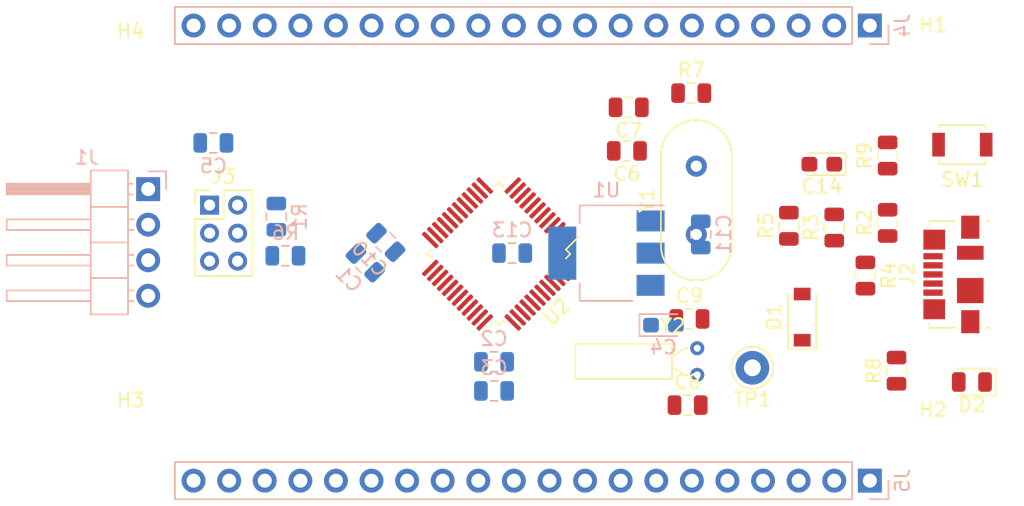
<source format=kicad_pcb>
(kicad_pcb (version 20171130) (host pcbnew "(5.1.6)-1")

  (general
    (thickness 1.6)
    (drawings 0)
    (tracks 0)
    (zones 0)
    (modules 39)
    (nets 51)
  )

  (page A4)
  (layers
    (0 F.Cu signal)
    (31 B.Cu signal)
    (32 B.Adhes user)
    (33 F.Adhes user)
    (34 B.Paste user)
    (35 F.Paste user)
    (36 B.SilkS user)
    (37 F.SilkS user)
    (38 B.Mask user)
    (39 F.Mask user)
    (40 Dwgs.User user)
    (41 Cmts.User user)
    (42 Eco1.User user)
    (43 Eco2.User user)
    (44 Edge.Cuts user)
    (45 Margin user)
    (46 B.CrtYd user)
    (47 F.CrtYd user)
    (48 B.Fab user)
    (49 F.Fab user)
  )

  (setup
    (last_trace_width 0.25)
    (trace_clearance 0.2)
    (zone_clearance 0.508)
    (zone_45_only no)
    (trace_min 0.2)
    (via_size 0.8)
    (via_drill 0.4)
    (via_min_size 0.4)
    (via_min_drill 0.3)
    (uvia_size 0.3)
    (uvia_drill 0.1)
    (uvias_allowed no)
    (uvia_min_size 0.2)
    (uvia_min_drill 0.1)
    (edge_width 0.05)
    (segment_width 0.2)
    (pcb_text_width 0.3)
    (pcb_text_size 1.5 1.5)
    (mod_edge_width 0.12)
    (mod_text_size 1 1)
    (mod_text_width 0.15)
    (pad_size 1.524 1.524)
    (pad_drill 0.762)
    (pad_to_mask_clearance 0.05)
    (aux_axis_origin 0 0)
    (visible_elements 7FFDFFFF)
    (pcbplotparams
      (layerselection 0x010fc_ffffffff)
      (usegerberextensions false)
      (usegerberattributes true)
      (usegerberadvancedattributes true)
      (creategerberjobfile true)
      (excludeedgelayer true)
      (linewidth 0.100000)
      (plotframeref false)
      (viasonmask false)
      (mode 1)
      (useauxorigin false)
      (hpglpennumber 1)
      (hpglpenspeed 20)
      (hpglpendiameter 15.000000)
      (psnegative false)
      (psa4output false)
      (plotreference true)
      (plotvalue true)
      (plotinvisibletext false)
      (padsonsilk false)
      (subtractmaskfromsilk false)
      (outputformat 1)
      (mirror false)
      (drillshape 1)
      (scaleselection 1)
      (outputdirectory ""))
  )

  (net 0 "")
  (net 1 3V3)
  (net 2 GND)
  (net 3 USB_5V)
  (net 4 OSCIN-PD0)
  (net 5 OSCOUT-PD1)
  (net 6 PC14)
  (net 7 PC15)
  (net 8 RESET)
  (net 9 PB11)
  (net 10 "Net-(D1-Pad2)")
  (net 11 "Net-(D2-Pad2)")
  (net 12 SWDIO-PA13)
  (net 13 SWDCLK-PA14)
  (net 14 "Net-(J2-Pad2)")
  (net 15 "Net-(J2-Pad3)")
  (net 16 "Net-(J2-Pad4)")
  (net 17 "Net-(J3-Pad3)")
  (net 18 "Net-(J3-Pad4)")
  (net 19 VBAT)
  (net 20 PC13)
  (net 21 PA0)
  (net 22 PA1)
  (net 23 PA2)
  (net 24 PA3)
  (net 25 PA4)
  (net 26 PA5)
  (net 27 PA6)
  (net 28 PA7)
  (net 29 PB0)
  (net 30 PB1)
  (net 31 PB10)
  (net 32 PB12)
  (net 33 PB13)
  (net 34 PB14)
  (net 35 PB15)
  (net 36 PA8)
  (net 37 PA9)
  (net 38 PA10)
  (net 39 PA11)
  (net 40 PA12)
  (net 41 PA15)
  (net 42 PB3)
  (net 43 PB4)
  (net 44 PB5)
  (net 45 PB6)
  (net 46 PB7)
  (net 47 PB8)
  (net 48 PB9)
  (net 49 BOOT0)
  (net 50 BOOT1-PB2)

  (net_class Default "This is the default net class."
    (clearance 0.2)
    (trace_width 0.25)
    (via_dia 0.8)
    (via_drill 0.4)
    (uvia_dia 0.3)
    (uvia_drill 0.1)
    (add_net 3V3)
    (add_net BOOT0)
    (add_net BOOT1-PB2)
    (add_net GND)
    (add_net "Net-(D1-Pad2)")
    (add_net "Net-(D2-Pad2)")
    (add_net "Net-(J2-Pad2)")
    (add_net "Net-(J2-Pad3)")
    (add_net "Net-(J2-Pad4)")
    (add_net "Net-(J3-Pad3)")
    (add_net "Net-(J3-Pad4)")
    (add_net OSCIN-PD0)
    (add_net OSCOUT-PD1)
    (add_net PA0)
    (add_net PA1)
    (add_net PA10)
    (add_net PA11)
    (add_net PA12)
    (add_net PA15)
    (add_net PA2)
    (add_net PA3)
    (add_net PA4)
    (add_net PA5)
    (add_net PA6)
    (add_net PA7)
    (add_net PA8)
    (add_net PA9)
    (add_net PB0)
    (add_net PB1)
    (add_net PB10)
    (add_net PB11)
    (add_net PB12)
    (add_net PB13)
    (add_net PB14)
    (add_net PB15)
    (add_net PB3)
    (add_net PB4)
    (add_net PB5)
    (add_net PB6)
    (add_net PB7)
    (add_net PB8)
    (add_net PB9)
    (add_net PC13)
    (add_net PC14)
    (add_net PC15)
    (add_net RESET)
    (add_net SWDCLK-PA14)
    (add_net SWDIO-PA13)
    (add_net USB_5V)
    (add_net VBAT)
  )

  (module Capacitor_SMD:C_0805_2012Metric (layer B.Cu) (tedit 5B36C52B) (tstamp 6691CDC6)
    (at 194.3735 97.028 315)
    (descr "Capacitor SMD 0805 (2012 Metric), square (rectangular) end terminal, IPC_7351 nominal, (Body size source: https://docs.google.com/spreadsheets/d/1BsfQQcO9C6DZCsRaXUlFlo91Tg2WpOkGARC1WS5S8t0/edit?usp=sharing), generated with kicad-footprint-generator")
    (tags capacitor)
    (path /66BDE9A5)
    (attr smd)
    (fp_text reference C1 (at 0 1.65 315) (layer B.SilkS)
      (effects (font (size 1 1) (thickness 0.15)) (justify mirror))
    )
    (fp_text value 100nF (at 0 -1.65 315) (layer B.Fab)
      (effects (font (size 1 1) (thickness 0.15)) (justify mirror))
    )
    (fp_line (start 1.68 -0.95) (end -1.68 -0.95) (layer B.CrtYd) (width 0.05))
    (fp_line (start 1.68 0.95) (end 1.68 -0.95) (layer B.CrtYd) (width 0.05))
    (fp_line (start -1.68 0.95) (end 1.68 0.95) (layer B.CrtYd) (width 0.05))
    (fp_line (start -1.68 -0.95) (end -1.68 0.95) (layer B.CrtYd) (width 0.05))
    (fp_line (start -0.258578 -0.71) (end 0.258578 -0.71) (layer B.SilkS) (width 0.12))
    (fp_line (start -0.258578 0.71) (end 0.258578 0.71) (layer B.SilkS) (width 0.12))
    (fp_line (start 1 -0.6) (end -1 -0.6) (layer B.Fab) (width 0.1))
    (fp_line (start 1 0.6) (end 1 -0.6) (layer B.Fab) (width 0.1))
    (fp_line (start -1 0.6) (end 1 0.6) (layer B.Fab) (width 0.1))
    (fp_line (start -1 -0.6) (end -1 0.6) (layer B.Fab) (width 0.1))
    (fp_text user %R (at 0 0 315) (layer B.Fab)
      (effects (font (size 0.5 0.5) (thickness 0.08)) (justify mirror))
    )
    (pad 1 smd roundrect (at -0.9375 0 315) (size 0.975 1.4) (layers B.Cu B.Paste B.Mask) (roundrect_rratio 0.25)
      (net 1 3V3))
    (pad 2 smd roundrect (at 0.9375 0 315) (size 0.975 1.4) (layers B.Cu B.Paste B.Mask) (roundrect_rratio 0.25)
      (net 2 GND))
    (model ${KISYS3DMOD}/Capacitor_SMD.3dshapes/C_0805_2012Metric.wrl
      (at (xyz 0 0 0))
      (scale (xyz 1 1 1))
      (rotate (xyz 0 0 0))
    )
  )

  (module Capacitor_SMD:C_0805_2012Metric (layer B.Cu) (tedit 5B36C52B) (tstamp 6691CDD7)
    (at 203.561499 104.093999 180)
    (descr "Capacitor SMD 0805 (2012 Metric), square (rectangular) end terminal, IPC_7351 nominal, (Body size source: https://docs.google.com/spreadsheets/d/1BsfQQcO9C6DZCsRaXUlFlo91Tg2WpOkGARC1WS5S8t0/edit?usp=sharing), generated with kicad-footprint-generator")
    (tags capacitor)
    (path /66BDDFF2)
    (attr smd)
    (fp_text reference C2 (at 0 1.65) (layer B.SilkS)
      (effects (font (size 1 1) (thickness 0.15)) (justify mirror))
    )
    (fp_text value 100nF (at 0 -1.65) (layer B.Fab)
      (effects (font (size 1 1) (thickness 0.15)) (justify mirror))
    )
    (fp_line (start 1.68 -0.95) (end -1.68 -0.95) (layer B.CrtYd) (width 0.05))
    (fp_line (start 1.68 0.95) (end 1.68 -0.95) (layer B.CrtYd) (width 0.05))
    (fp_line (start -1.68 0.95) (end 1.68 0.95) (layer B.CrtYd) (width 0.05))
    (fp_line (start -1.68 -0.95) (end -1.68 0.95) (layer B.CrtYd) (width 0.05))
    (fp_line (start -0.258578 -0.71) (end 0.258578 -0.71) (layer B.SilkS) (width 0.12))
    (fp_line (start -0.258578 0.71) (end 0.258578 0.71) (layer B.SilkS) (width 0.12))
    (fp_line (start 1 -0.6) (end -1 -0.6) (layer B.Fab) (width 0.1))
    (fp_line (start 1 0.6) (end 1 -0.6) (layer B.Fab) (width 0.1))
    (fp_line (start -1 0.6) (end 1 0.6) (layer B.Fab) (width 0.1))
    (fp_line (start -1 -0.6) (end -1 0.6) (layer B.Fab) (width 0.1))
    (fp_text user %R (at 0 0) (layer B.Fab)
      (effects (font (size 0.5 0.5) (thickness 0.08)) (justify mirror))
    )
    (pad 1 smd roundrect (at -0.9375 0 180) (size 0.975 1.4) (layers B.Cu B.Paste B.Mask) (roundrect_rratio 0.25)
      (net 1 3V3))
    (pad 2 smd roundrect (at 0.9375 0 180) (size 0.975 1.4) (layers B.Cu B.Paste B.Mask) (roundrect_rratio 0.25)
      (net 2 GND))
    (model ${KISYS3DMOD}/Capacitor_SMD.3dshapes/C_0805_2012Metric.wrl
      (at (xyz 0 0 0))
      (scale (xyz 1 1 1))
      (rotate (xyz 0 0 0))
    )
  )

  (module Capacitor_SMD:C_0805_2012Metric (layer B.Cu) (tedit 5B36C52B) (tstamp 6691CDE8)
    (at 203.561499 106.172 180)
    (descr "Capacitor SMD 0805 (2012 Metric), square (rectangular) end terminal, IPC_7351 nominal, (Body size source: https://docs.google.com/spreadsheets/d/1BsfQQcO9C6DZCsRaXUlFlo91Tg2WpOkGARC1WS5S8t0/edit?usp=sharing), generated with kicad-footprint-generator")
    (tags capacitor)
    (path /669D3043)
    (attr smd)
    (fp_text reference C3 (at 0 1.65) (layer B.SilkS)
      (effects (font (size 1 1) (thickness 0.15)) (justify mirror))
    )
    (fp_text value 100nF (at 0 -1.65) (layer B.Fab)
      (effects (font (size 1 1) (thickness 0.15)) (justify mirror))
    )
    (fp_line (start 1.68 -0.95) (end -1.68 -0.95) (layer B.CrtYd) (width 0.05))
    (fp_line (start 1.68 0.95) (end 1.68 -0.95) (layer B.CrtYd) (width 0.05))
    (fp_line (start -1.68 0.95) (end 1.68 0.95) (layer B.CrtYd) (width 0.05))
    (fp_line (start -1.68 -0.95) (end -1.68 0.95) (layer B.CrtYd) (width 0.05))
    (fp_line (start -0.258578 -0.71) (end 0.258578 -0.71) (layer B.SilkS) (width 0.12))
    (fp_line (start -0.258578 0.71) (end 0.258578 0.71) (layer B.SilkS) (width 0.12))
    (fp_line (start 1 -0.6) (end -1 -0.6) (layer B.Fab) (width 0.1))
    (fp_line (start 1 0.6) (end 1 -0.6) (layer B.Fab) (width 0.1))
    (fp_line (start -1 0.6) (end 1 0.6) (layer B.Fab) (width 0.1))
    (fp_line (start -1 -0.6) (end -1 0.6) (layer B.Fab) (width 0.1))
    (fp_text user %R (at 0 0) (layer B.Fab)
      (effects (font (size 0.5 0.5) (thickness 0.08)) (justify mirror))
    )
    (pad 1 smd roundrect (at -0.9375 0 180) (size 0.975 1.4) (layers B.Cu B.Paste B.Mask) (roundrect_rratio 0.25)
      (net 1 3V3))
    (pad 2 smd roundrect (at 0.9375 0 180) (size 0.975 1.4) (layers B.Cu B.Paste B.Mask) (roundrect_rratio 0.25)
      (net 2 GND))
    (model ${KISYS3DMOD}/Capacitor_SMD.3dshapes/C_0805_2012Metric.wrl
      (at (xyz 0 0 0))
      (scale (xyz 1 1 1))
      (rotate (xyz 0 0 0))
    )
  )

  (module Capacitor_Tantalum_SMD:CP_EIA-2012-15_AVX-P (layer B.Cu) (tedit 5B301BBE) (tstamp 6691CDFB)
    (at 215.6475 101.473)
    (descr "Tantalum Capacitor SMD AVX-P (2012-15 Metric), IPC_7351 nominal, (Body size from: https://www.vishay.com/docs/40182/tmch.pdf), generated with kicad-footprint-generator")
    (tags "capacitor tantalum")
    (path /669133DE)
    (attr smd)
    (fp_text reference C4 (at 0 1.58) (layer B.SilkS)
      (effects (font (size 1 1) (thickness 0.15)) (justify mirror))
    )
    (fp_text value 10uF (at 0 -1.58) (layer B.Fab)
      (effects (font (size 1 1) (thickness 0.15)) (justify mirror))
    )
    (fp_text user %R (at 0 0) (layer B.Fab)
      (effects (font (size 0.5 0.5) (thickness 0.08)) (justify mirror))
    )
    (fp_line (start 1 0.625) (end -0.6875 0.625) (layer B.Fab) (width 0.1))
    (fp_line (start -0.6875 0.625) (end -1 0.3125) (layer B.Fab) (width 0.1))
    (fp_line (start -1 0.3125) (end -1 -0.625) (layer B.Fab) (width 0.1))
    (fp_line (start -1 -0.625) (end 1 -0.625) (layer B.Fab) (width 0.1))
    (fp_line (start 1 -0.625) (end 1 0.625) (layer B.Fab) (width 0.1))
    (fp_line (start 1 0.785) (end -1.71 0.785) (layer B.SilkS) (width 0.12))
    (fp_line (start -1.71 0.785) (end -1.71 -0.785) (layer B.SilkS) (width 0.12))
    (fp_line (start -1.71 -0.785) (end 1 -0.785) (layer B.SilkS) (width 0.12))
    (fp_line (start -1.7 -0.88) (end -1.7 0.88) (layer B.CrtYd) (width 0.05))
    (fp_line (start -1.7 0.88) (end 1.7 0.88) (layer B.CrtYd) (width 0.05))
    (fp_line (start 1.7 0.88) (end 1.7 -0.88) (layer B.CrtYd) (width 0.05))
    (fp_line (start 1.7 -0.88) (end -1.7 -0.88) (layer B.CrtYd) (width 0.05))
    (pad 2 smd roundrect (at 0.8875 0) (size 1.125 1.05) (layers B.Cu B.Paste B.Mask) (roundrect_rratio 0.238095)
      (net 2 GND))
    (pad 1 smd roundrect (at -0.8875 0) (size 1.125 1.05) (layers B.Cu B.Paste B.Mask) (roundrect_rratio 0.238095)
      (net 3 USB_5V))
    (model ${KISYS3DMOD}/Capacitor_Tantalum_SMD.3dshapes/CP_EIA-2012-15_AVX-P.wrl
      (at (xyz 0 0 0))
      (scale (xyz 1 1 1))
      (rotate (xyz 0 0 0))
    )
  )

  (module Capacitor_SMD:C_0805_2012Metric (layer B.Cu) (tedit 5B36C52B) (tstamp 6691CE0C)
    (at 183.53 88.4555)
    (descr "Capacitor SMD 0805 (2012 Metric), square (rectangular) end terminal, IPC_7351 nominal, (Body size source: https://docs.google.com/spreadsheets/d/1BsfQQcO9C6DZCsRaXUlFlo91Tg2WpOkGARC1WS5S8t0/edit?usp=sharing), generated with kicad-footprint-generator")
    (tags capacitor)
    (path /66BDE711)
    (attr smd)
    (fp_text reference C5 (at 0 1.65) (layer B.SilkS)
      (effects (font (size 1 1) (thickness 0.15)) (justify mirror))
    )
    (fp_text value 100nF (at 0 -1.65) (layer B.Fab)
      (effects (font (size 1 1) (thickness 0.15)) (justify mirror))
    )
    (fp_text user %R (at 0 0) (layer B.Fab)
      (effects (font (size 0.5 0.5) (thickness 0.08)) (justify mirror))
    )
    (fp_line (start -1 -0.6) (end -1 0.6) (layer B.Fab) (width 0.1))
    (fp_line (start -1 0.6) (end 1 0.6) (layer B.Fab) (width 0.1))
    (fp_line (start 1 0.6) (end 1 -0.6) (layer B.Fab) (width 0.1))
    (fp_line (start 1 -0.6) (end -1 -0.6) (layer B.Fab) (width 0.1))
    (fp_line (start -0.258578 0.71) (end 0.258578 0.71) (layer B.SilkS) (width 0.12))
    (fp_line (start -0.258578 -0.71) (end 0.258578 -0.71) (layer B.SilkS) (width 0.12))
    (fp_line (start -1.68 -0.95) (end -1.68 0.95) (layer B.CrtYd) (width 0.05))
    (fp_line (start -1.68 0.95) (end 1.68 0.95) (layer B.CrtYd) (width 0.05))
    (fp_line (start 1.68 0.95) (end 1.68 -0.95) (layer B.CrtYd) (width 0.05))
    (fp_line (start 1.68 -0.95) (end -1.68 -0.95) (layer B.CrtYd) (width 0.05))
    (pad 2 smd roundrect (at 0.9375 0) (size 0.975 1.4) (layers B.Cu B.Paste B.Mask) (roundrect_rratio 0.25)
      (net 2 GND))
    (pad 1 smd roundrect (at -0.9375 0) (size 0.975 1.4) (layers B.Cu B.Paste B.Mask) (roundrect_rratio 0.25)
      (net 1 3V3))
    (model ${KISYS3DMOD}/Capacitor_SMD.3dshapes/C_0805_2012Metric.wrl
      (at (xyz 0 0 0))
      (scale (xyz 1 1 1))
      (rotate (xyz 0 0 0))
    )
  )

  (module Capacitor_SMD:C_0805_2012Metric (layer F.Cu) (tedit 5B36C52B) (tstamp 6691CE1D)
    (at 213.0425 89.027 180)
    (descr "Capacitor SMD 0805 (2012 Metric), square (rectangular) end terminal, IPC_7351 nominal, (Body size source: https://docs.google.com/spreadsheets/d/1BsfQQcO9C6DZCsRaXUlFlo91Tg2WpOkGARC1WS5S8t0/edit?usp=sharing), generated with kicad-footprint-generator")
    (tags capacitor)
    (path /669E824C)
    (attr smd)
    (fp_text reference C6 (at 0 -1.65) (layer F.SilkS)
      (effects (font (size 1 1) (thickness 0.15)))
    )
    (fp_text value 20pF (at 0 1.65) (layer F.Fab)
      (effects (font (size 1 1) (thickness 0.15)))
    )
    (fp_line (start 1.68 0.95) (end -1.68 0.95) (layer F.CrtYd) (width 0.05))
    (fp_line (start 1.68 -0.95) (end 1.68 0.95) (layer F.CrtYd) (width 0.05))
    (fp_line (start -1.68 -0.95) (end 1.68 -0.95) (layer F.CrtYd) (width 0.05))
    (fp_line (start -1.68 0.95) (end -1.68 -0.95) (layer F.CrtYd) (width 0.05))
    (fp_line (start -0.258578 0.71) (end 0.258578 0.71) (layer F.SilkS) (width 0.12))
    (fp_line (start -0.258578 -0.71) (end 0.258578 -0.71) (layer F.SilkS) (width 0.12))
    (fp_line (start 1 0.6) (end -1 0.6) (layer F.Fab) (width 0.1))
    (fp_line (start 1 -0.6) (end 1 0.6) (layer F.Fab) (width 0.1))
    (fp_line (start -1 -0.6) (end 1 -0.6) (layer F.Fab) (width 0.1))
    (fp_line (start -1 0.6) (end -1 -0.6) (layer F.Fab) (width 0.1))
    (fp_text user %R (at 0 0) (layer F.Fab)
      (effects (font (size 0.5 0.5) (thickness 0.08)))
    )
    (pad 1 smd roundrect (at -0.9375 0 180) (size 0.975 1.4) (layers F.Cu F.Paste F.Mask) (roundrect_rratio 0.25)
      (net 2 GND))
    (pad 2 smd roundrect (at 0.9375 0 180) (size 0.975 1.4) (layers F.Cu F.Paste F.Mask) (roundrect_rratio 0.25)
      (net 4 OSCIN-PD0))
    (model ${KISYS3DMOD}/Capacitor_SMD.3dshapes/C_0805_2012Metric.wrl
      (at (xyz 0 0 0))
      (scale (xyz 1 1 1))
      (rotate (xyz 0 0 0))
    )
  )

  (module Capacitor_SMD:C_0805_2012Metric (layer F.Cu) (tedit 5B36C52B) (tstamp 6691CE2E)
    (at 213.1695 85.9155 180)
    (descr "Capacitor SMD 0805 (2012 Metric), square (rectangular) end terminal, IPC_7351 nominal, (Body size source: https://docs.google.com/spreadsheets/d/1BsfQQcO9C6DZCsRaXUlFlo91Tg2WpOkGARC1WS5S8t0/edit?usp=sharing), generated with kicad-footprint-generator")
    (tags capacitor)
    (path /669F1198)
    (attr smd)
    (fp_text reference C7 (at 0 -1.65) (layer F.SilkS)
      (effects (font (size 1 1) (thickness 0.15)))
    )
    (fp_text value 20pF (at 0 1.65) (layer F.Fab)
      (effects (font (size 1 1) (thickness 0.15)))
    )
    (fp_text user %R (at 0 0) (layer F.Fab)
      (effects (font (size 0.5 0.5) (thickness 0.08)))
    )
    (fp_line (start -1 0.6) (end -1 -0.6) (layer F.Fab) (width 0.1))
    (fp_line (start -1 -0.6) (end 1 -0.6) (layer F.Fab) (width 0.1))
    (fp_line (start 1 -0.6) (end 1 0.6) (layer F.Fab) (width 0.1))
    (fp_line (start 1 0.6) (end -1 0.6) (layer F.Fab) (width 0.1))
    (fp_line (start -0.258578 -0.71) (end 0.258578 -0.71) (layer F.SilkS) (width 0.12))
    (fp_line (start -0.258578 0.71) (end 0.258578 0.71) (layer F.SilkS) (width 0.12))
    (fp_line (start -1.68 0.95) (end -1.68 -0.95) (layer F.CrtYd) (width 0.05))
    (fp_line (start -1.68 -0.95) (end 1.68 -0.95) (layer F.CrtYd) (width 0.05))
    (fp_line (start 1.68 -0.95) (end 1.68 0.95) (layer F.CrtYd) (width 0.05))
    (fp_line (start 1.68 0.95) (end -1.68 0.95) (layer F.CrtYd) (width 0.05))
    (pad 2 smd roundrect (at 0.9375 0 180) (size 0.975 1.4) (layers F.Cu F.Paste F.Mask) (roundrect_rratio 0.25)
      (net 5 OSCOUT-PD1))
    (pad 1 smd roundrect (at -0.9375 0 180) (size 0.975 1.4) (layers F.Cu F.Paste F.Mask) (roundrect_rratio 0.25)
      (net 2 GND))
    (model ${KISYS3DMOD}/Capacitor_SMD.3dshapes/C_0805_2012Metric.wrl
      (at (xyz 0 0 0))
      (scale (xyz 1 1 1))
      (rotate (xyz 0 0 0))
    )
  )

  (module Capacitor_SMD:C_0805_2012Metric (layer F.Cu) (tedit 5B36C52B) (tstamp 6691CE3F)
    (at 217.3755 107.188)
    (descr "Capacitor SMD 0805 (2012 Metric), square (rectangular) end terminal, IPC_7351 nominal, (Body size source: https://docs.google.com/spreadsheets/d/1BsfQQcO9C6DZCsRaXUlFlo91Tg2WpOkGARC1WS5S8t0/edit?usp=sharing), generated with kicad-footprint-generator")
    (tags capacitor)
    (path /66A47A0D)
    (attr smd)
    (fp_text reference C8 (at 0 -1.65) (layer F.SilkS)
      (effects (font (size 1 1) (thickness 0.15)))
    )
    (fp_text value 6.8pF (at 0 1.65) (layer F.Fab)
      (effects (font (size 1 1) (thickness 0.15)))
    )
    (fp_text user %R (at 0 0) (layer F.Fab)
      (effects (font (size 0.5 0.5) (thickness 0.08)))
    )
    (fp_line (start -1 0.6) (end -1 -0.6) (layer F.Fab) (width 0.1))
    (fp_line (start -1 -0.6) (end 1 -0.6) (layer F.Fab) (width 0.1))
    (fp_line (start 1 -0.6) (end 1 0.6) (layer F.Fab) (width 0.1))
    (fp_line (start 1 0.6) (end -1 0.6) (layer F.Fab) (width 0.1))
    (fp_line (start -0.258578 -0.71) (end 0.258578 -0.71) (layer F.SilkS) (width 0.12))
    (fp_line (start -0.258578 0.71) (end 0.258578 0.71) (layer F.SilkS) (width 0.12))
    (fp_line (start -1.68 0.95) (end -1.68 -0.95) (layer F.CrtYd) (width 0.05))
    (fp_line (start -1.68 -0.95) (end 1.68 -0.95) (layer F.CrtYd) (width 0.05))
    (fp_line (start 1.68 -0.95) (end 1.68 0.95) (layer F.CrtYd) (width 0.05))
    (fp_line (start 1.68 0.95) (end -1.68 0.95) (layer F.CrtYd) (width 0.05))
    (pad 2 smd roundrect (at 0.9375 0) (size 0.975 1.4) (layers F.Cu F.Paste F.Mask) (roundrect_rratio 0.25)
      (net 6 PC14))
    (pad 1 smd roundrect (at -0.9375 0) (size 0.975 1.4) (layers F.Cu F.Paste F.Mask) (roundrect_rratio 0.25)
      (net 2 GND))
    (model ${KISYS3DMOD}/Capacitor_SMD.3dshapes/C_0805_2012Metric.wrl
      (at (xyz 0 0 0))
      (scale (xyz 1 1 1))
      (rotate (xyz 0 0 0))
    )
  )

  (module Capacitor_SMD:C_0805_2012Metric (layer F.Cu) (tedit 5B36C52B) (tstamp 6691CE50)
    (at 217.5025 101.0285)
    (descr "Capacitor SMD 0805 (2012 Metric), square (rectangular) end terminal, IPC_7351 nominal, (Body size source: https://docs.google.com/spreadsheets/d/1BsfQQcO9C6DZCsRaXUlFlo91Tg2WpOkGARC1WS5S8t0/edit?usp=sharing), generated with kicad-footprint-generator")
    (tags capacitor)
    (path /66A47F85)
    (attr smd)
    (fp_text reference C9 (at 0 -1.65) (layer F.SilkS)
      (effects (font (size 1 1) (thickness 0.15)))
    )
    (fp_text value 6.8pF (at 0 1.65) (layer F.Fab)
      (effects (font (size 1 1) (thickness 0.15)))
    )
    (fp_line (start 1.68 0.95) (end -1.68 0.95) (layer F.CrtYd) (width 0.05))
    (fp_line (start 1.68 -0.95) (end 1.68 0.95) (layer F.CrtYd) (width 0.05))
    (fp_line (start -1.68 -0.95) (end 1.68 -0.95) (layer F.CrtYd) (width 0.05))
    (fp_line (start -1.68 0.95) (end -1.68 -0.95) (layer F.CrtYd) (width 0.05))
    (fp_line (start -0.258578 0.71) (end 0.258578 0.71) (layer F.SilkS) (width 0.12))
    (fp_line (start -0.258578 -0.71) (end 0.258578 -0.71) (layer F.SilkS) (width 0.12))
    (fp_line (start 1 0.6) (end -1 0.6) (layer F.Fab) (width 0.1))
    (fp_line (start 1 -0.6) (end 1 0.6) (layer F.Fab) (width 0.1))
    (fp_line (start -1 -0.6) (end 1 -0.6) (layer F.Fab) (width 0.1))
    (fp_line (start -1 0.6) (end -1 -0.6) (layer F.Fab) (width 0.1))
    (fp_text user %R (at 0 0) (layer F.Fab)
      (effects (font (size 0.5 0.5) (thickness 0.08)))
    )
    (pad 1 smd roundrect (at -0.9375 0) (size 0.975 1.4) (layers F.Cu F.Paste F.Mask) (roundrect_rratio 0.25)
      (net 2 GND))
    (pad 2 smd roundrect (at 0.9375 0) (size 0.975 1.4) (layers F.Cu F.Paste F.Mask) (roundrect_rratio 0.25)
      (net 7 PC15))
    (model ${KISYS3DMOD}/Capacitor_SMD.3dshapes/C_0805_2012Metric.wrl
      (at (xyz 0 0 0))
      (scale (xyz 1 1 1))
      (rotate (xyz 0 0 0))
    )
  )

  (module Capacitor_SMD:C_0805_2012Metric (layer B.Cu) (tedit 5B36C52B) (tstamp 6691CE61)
    (at 195.834 95.5675 315)
    (descr "Capacitor SMD 0805 (2012 Metric), square (rectangular) end terminal, IPC_7351 nominal, (Body size source: https://docs.google.com/spreadsheets/d/1BsfQQcO9C6DZCsRaXUlFlo91Tg2WpOkGARC1WS5S8t0/edit?usp=sharing), generated with kicad-footprint-generator")
    (tags capacitor)
    (path /66BDEDE0)
    (attr smd)
    (fp_text reference C10 (at 0 1.65 315) (layer B.SilkS)
      (effects (font (size 1 1) (thickness 0.15)) (justify mirror))
    )
    (fp_text value 100nF (at 0 -1.65 315) (layer B.Fab)
      (effects (font (size 1 1) (thickness 0.15)) (justify mirror))
    )
    (fp_text user %R (at 0 0 315) (layer B.Fab)
      (effects (font (size 0.5 0.5) (thickness 0.08)) (justify mirror))
    )
    (fp_line (start -1 -0.6) (end -1 0.6) (layer B.Fab) (width 0.1))
    (fp_line (start -1 0.6) (end 1 0.6) (layer B.Fab) (width 0.1))
    (fp_line (start 1 0.6) (end 1 -0.6) (layer B.Fab) (width 0.1))
    (fp_line (start 1 -0.6) (end -1 -0.6) (layer B.Fab) (width 0.1))
    (fp_line (start -0.258578 0.71) (end 0.258578 0.71) (layer B.SilkS) (width 0.12))
    (fp_line (start -0.258578 -0.71) (end 0.258578 -0.71) (layer B.SilkS) (width 0.12))
    (fp_line (start -1.68 -0.95) (end -1.68 0.95) (layer B.CrtYd) (width 0.05))
    (fp_line (start -1.68 0.95) (end 1.68 0.95) (layer B.CrtYd) (width 0.05))
    (fp_line (start 1.68 0.95) (end 1.68 -0.95) (layer B.CrtYd) (width 0.05))
    (fp_line (start 1.68 -0.95) (end -1.68 -0.95) (layer B.CrtYd) (width 0.05))
    (pad 2 smd roundrect (at 0.9375 0 315) (size 0.975 1.4) (layers B.Cu B.Paste B.Mask) (roundrect_rratio 0.25)
      (net 2 GND))
    (pad 1 smd roundrect (at -0.9375 0 315) (size 0.975 1.4) (layers B.Cu B.Paste B.Mask) (roundrect_rratio 0.25)
      (net 1 3V3))
    (model ${KISYS3DMOD}/Capacitor_SMD.3dshapes/C_0805_2012Metric.wrl
      (at (xyz 0 0 0))
      (scale (xyz 1 1 1))
      (rotate (xyz 0 0 0))
    )
  )

  (module Capacitor_SMD:C_0805_2012Metric (layer B.Cu) (tedit 5B36C52B) (tstamp 6691CE72)
    (at 218.313 94.996 90)
    (descr "Capacitor SMD 0805 (2012 Metric), square (rectangular) end terminal, IPC_7351 nominal, (Body size source: https://docs.google.com/spreadsheets/d/1BsfQQcO9C6DZCsRaXUlFlo91Tg2WpOkGARC1WS5S8t0/edit?usp=sharing), generated with kicad-footprint-generator")
    (tags capacitor)
    (path /669560D6)
    (attr smd)
    (fp_text reference C11 (at 0 1.65 90) (layer B.SilkS)
      (effects (font (size 1 1) (thickness 0.15)) (justify mirror))
    )
    (fp_text value 10uF (at 0 -1.65 90) (layer B.Fab)
      (effects (font (size 1 1) (thickness 0.15)) (justify mirror))
    )
    (fp_line (start 1.68 -0.95) (end -1.68 -0.95) (layer B.CrtYd) (width 0.05))
    (fp_line (start 1.68 0.95) (end 1.68 -0.95) (layer B.CrtYd) (width 0.05))
    (fp_line (start -1.68 0.95) (end 1.68 0.95) (layer B.CrtYd) (width 0.05))
    (fp_line (start -1.68 -0.95) (end -1.68 0.95) (layer B.CrtYd) (width 0.05))
    (fp_line (start -0.258578 -0.71) (end 0.258578 -0.71) (layer B.SilkS) (width 0.12))
    (fp_line (start -0.258578 0.71) (end 0.258578 0.71) (layer B.SilkS) (width 0.12))
    (fp_line (start 1 -0.6) (end -1 -0.6) (layer B.Fab) (width 0.1))
    (fp_line (start 1 0.6) (end 1 -0.6) (layer B.Fab) (width 0.1))
    (fp_line (start -1 0.6) (end 1 0.6) (layer B.Fab) (width 0.1))
    (fp_line (start -1 -0.6) (end -1 0.6) (layer B.Fab) (width 0.1))
    (fp_text user %R (at 0 0 90) (layer B.Fab)
      (effects (font (size 0.5 0.5) (thickness 0.08)) (justify mirror))
    )
    (pad 1 smd roundrect (at -0.9375 0 90) (size 0.975 1.4) (layers B.Cu B.Paste B.Mask) (roundrect_rratio 0.25)
      (net 1 3V3))
    (pad 2 smd roundrect (at 0.9375 0 90) (size 0.975 1.4) (layers B.Cu B.Paste B.Mask) (roundrect_rratio 0.25)
      (net 2 GND))
    (model ${KISYS3DMOD}/Capacitor_SMD.3dshapes/C_0805_2012Metric.wrl
      (at (xyz 0 0 0))
      (scale (xyz 1 1 1))
      (rotate (xyz 0 0 0))
    )
  )

  (module Capacitor_SMD:C_0805_2012Metric (layer B.Cu) (tedit 5B36C52B) (tstamp 6691CE83)
    (at 204.851 96.3295 180)
    (descr "Capacitor SMD 0805 (2012 Metric), square (rectangular) end terminal, IPC_7351 nominal, (Body size source: https://docs.google.com/spreadsheets/d/1BsfQQcO9C6DZCsRaXUlFlo91Tg2WpOkGARC1WS5S8t0/edit?usp=sharing), generated with kicad-footprint-generator")
    (tags capacitor)
    (path /669179F6)
    (attr smd)
    (fp_text reference C13 (at 0 1.65) (layer B.SilkS)
      (effects (font (size 1 1) (thickness 0.15)) (justify mirror))
    )
    (fp_text value 100nF (at 0 -1.65) (layer B.Fab)
      (effects (font (size 1 1) (thickness 0.15)) (justify mirror))
    )
    (fp_text user %R (at 0 0) (layer B.Fab)
      (effects (font (size 0.5 0.5) (thickness 0.08)) (justify mirror))
    )
    (fp_line (start -1 -0.6) (end -1 0.6) (layer B.Fab) (width 0.1))
    (fp_line (start -1 0.6) (end 1 0.6) (layer B.Fab) (width 0.1))
    (fp_line (start 1 0.6) (end 1 -0.6) (layer B.Fab) (width 0.1))
    (fp_line (start 1 -0.6) (end -1 -0.6) (layer B.Fab) (width 0.1))
    (fp_line (start -0.258578 0.71) (end 0.258578 0.71) (layer B.SilkS) (width 0.12))
    (fp_line (start -0.258578 -0.71) (end 0.258578 -0.71) (layer B.SilkS) (width 0.12))
    (fp_line (start -1.68 -0.95) (end -1.68 0.95) (layer B.CrtYd) (width 0.05))
    (fp_line (start -1.68 0.95) (end 1.68 0.95) (layer B.CrtYd) (width 0.05))
    (fp_line (start 1.68 0.95) (end 1.68 -0.95) (layer B.CrtYd) (width 0.05))
    (fp_line (start 1.68 -0.95) (end -1.68 -0.95) (layer B.CrtYd) (width 0.05))
    (pad 2 smd roundrect (at 0.9375 0 180) (size 0.975 1.4) (layers B.Cu B.Paste B.Mask) (roundrect_rratio 0.25)
      (net 2 GND))
    (pad 1 smd roundrect (at -0.9375 0 180) (size 0.975 1.4) (layers B.Cu B.Paste B.Mask) (roundrect_rratio 0.25)
      (net 1 3V3))
    (model ${KISYS3DMOD}/Capacitor_SMD.3dshapes/C_0805_2012Metric.wrl
      (at (xyz 0 0 0))
      (scale (xyz 1 1 1))
      (rotate (xyz 0 0 0))
    )
  )

  (module Capacitor_Tantalum_SMD:CP_EIA-2012-15_AVX-P (layer F.Cu) (tedit 5B301BBE) (tstamp 6691CE96)
    (at 226.9505 89.9795 180)
    (descr "Tantalum Capacitor SMD AVX-P (2012-15 Metric), IPC_7351 nominal, (Body size from: https://www.vishay.com/docs/40182/tmch.pdf), generated with kicad-footprint-generator")
    (tags "capacitor tantalum")
    (path /66931657)
    (attr smd)
    (fp_text reference C14 (at 0 -1.58) (layer F.SilkS)
      (effects (font (size 1 1) (thickness 0.15)))
    )
    (fp_text value 1uF (at 0 1.58) (layer F.Fab)
      (effects (font (size 1 1) (thickness 0.15)))
    )
    (fp_line (start 1.7 0.88) (end -1.7 0.88) (layer F.CrtYd) (width 0.05))
    (fp_line (start 1.7 -0.88) (end 1.7 0.88) (layer F.CrtYd) (width 0.05))
    (fp_line (start -1.7 -0.88) (end 1.7 -0.88) (layer F.CrtYd) (width 0.05))
    (fp_line (start -1.7 0.88) (end -1.7 -0.88) (layer F.CrtYd) (width 0.05))
    (fp_line (start -1.71 0.785) (end 1 0.785) (layer F.SilkS) (width 0.12))
    (fp_line (start -1.71 -0.785) (end -1.71 0.785) (layer F.SilkS) (width 0.12))
    (fp_line (start 1 -0.785) (end -1.71 -0.785) (layer F.SilkS) (width 0.12))
    (fp_line (start 1 0.625) (end 1 -0.625) (layer F.Fab) (width 0.1))
    (fp_line (start -1 0.625) (end 1 0.625) (layer F.Fab) (width 0.1))
    (fp_line (start -1 -0.3125) (end -1 0.625) (layer F.Fab) (width 0.1))
    (fp_line (start -0.6875 -0.625) (end -1 -0.3125) (layer F.Fab) (width 0.1))
    (fp_line (start 1 -0.625) (end -0.6875 -0.625) (layer F.Fab) (width 0.1))
    (fp_text user %R (at 0 0) (layer F.Fab)
      (effects (font (size 0.5 0.5) (thickness 0.08)))
    )
    (pad 1 smd roundrect (at -0.8875 0 180) (size 1.125 1.05) (layers F.Cu F.Paste F.Mask) (roundrect_rratio 0.238095)
      (net 8 RESET))
    (pad 2 smd roundrect (at 0.8875 0 180) (size 1.125 1.05) (layers F.Cu F.Paste F.Mask) (roundrect_rratio 0.238095)
      (net 2 GND))
    (model ${KISYS3DMOD}/Capacitor_Tantalum_SMD.3dshapes/CP_EIA-2012-15_AVX-P.wrl
      (at (xyz 0 0 0))
      (scale (xyz 1 1 1))
      (rotate (xyz 0 0 0))
    )
  )

  (module Diode_SMD:D_SOD-123 (layer F.Cu) (tedit 58645DC7) (tstamp 6691E061)
    (at 225.552 100.9025 90)
    (descr SOD-123)
    (tags SOD-123)
    (path /669111CE)
    (attr smd)
    (fp_text reference D1 (at 0 -2 90) (layer F.SilkS)
      (effects (font (size 1 1) (thickness 0.15)))
    )
    (fp_text value D_Schottky (at 0 2.1 90) (layer F.Fab)
      (effects (font (size 1 1) (thickness 0.15)))
    )
    (fp_line (start -2.25 -1) (end 1.65 -1) (layer F.SilkS) (width 0.12))
    (fp_line (start -2.25 1) (end 1.65 1) (layer F.SilkS) (width 0.12))
    (fp_line (start -2.35 -1.15) (end -2.35 1.15) (layer F.CrtYd) (width 0.05))
    (fp_line (start 2.35 1.15) (end -2.35 1.15) (layer F.CrtYd) (width 0.05))
    (fp_line (start 2.35 -1.15) (end 2.35 1.15) (layer F.CrtYd) (width 0.05))
    (fp_line (start -2.35 -1.15) (end 2.35 -1.15) (layer F.CrtYd) (width 0.05))
    (fp_line (start -1.4 -0.9) (end 1.4 -0.9) (layer F.Fab) (width 0.1))
    (fp_line (start 1.4 -0.9) (end 1.4 0.9) (layer F.Fab) (width 0.1))
    (fp_line (start 1.4 0.9) (end -1.4 0.9) (layer F.Fab) (width 0.1))
    (fp_line (start -1.4 0.9) (end -1.4 -0.9) (layer F.Fab) (width 0.1))
    (fp_line (start -0.75 0) (end -0.35 0) (layer F.Fab) (width 0.1))
    (fp_line (start -0.35 0) (end -0.35 -0.55) (layer F.Fab) (width 0.1))
    (fp_line (start -0.35 0) (end -0.35 0.55) (layer F.Fab) (width 0.1))
    (fp_line (start -0.35 0) (end 0.25 -0.4) (layer F.Fab) (width 0.1))
    (fp_line (start 0.25 -0.4) (end 0.25 0.4) (layer F.Fab) (width 0.1))
    (fp_line (start 0.25 0.4) (end -0.35 0) (layer F.Fab) (width 0.1))
    (fp_line (start 0.25 0) (end 0.75 0) (layer F.Fab) (width 0.1))
    (fp_line (start -2.25 -1) (end -2.25 1) (layer F.SilkS) (width 0.12))
    (fp_text user %R (at 0 -2 90) (layer F.Fab)
      (effects (font (size 1 1) (thickness 0.15)))
    )
    (pad 1 smd rect (at -1.65 0 90) (size 0.9 1.2) (layers F.Cu F.Paste F.Mask)
      (net 3 USB_5V))
    (pad 2 smd rect (at 1.65 0 90) (size 0.9 1.2) (layers F.Cu F.Paste F.Mask)
      (net 10 "Net-(D1-Pad2)"))
    (model ${KISYS3DMOD}/Diode_SMD.3dshapes/D_SOD-123.wrl
      (at (xyz 0 0 0))
      (scale (xyz 1 1 1))
      (rotate (xyz 0 0 0))
    )
  )

  (module LED_SMD:LED_0805_2012Metric (layer F.Cu) (tedit 5B36C52C) (tstamp 6691CEC2)
    (at 237.662 105.537 180)
    (descr "LED SMD 0805 (2012 Metric), square (rectangular) end terminal, IPC_7351 nominal, (Body size source: https://docs.google.com/spreadsheets/d/1BsfQQcO9C6DZCsRaXUlFlo91Tg2WpOkGARC1WS5S8t0/edit?usp=sharing), generated with kicad-footprint-generator")
    (tags diode)
    (path /6691E930)
    (attr smd)
    (fp_text reference D2 (at 0 -1.65) (layer F.SilkS)
      (effects (font (size 1 1) (thickness 0.15)))
    )
    (fp_text value LED (at 0 1.65) (layer F.Fab)
      (effects (font (size 1 1) (thickness 0.15)))
    )
    (fp_line (start 1.68 0.95) (end -1.68 0.95) (layer F.CrtYd) (width 0.05))
    (fp_line (start 1.68 -0.95) (end 1.68 0.95) (layer F.CrtYd) (width 0.05))
    (fp_line (start -1.68 -0.95) (end 1.68 -0.95) (layer F.CrtYd) (width 0.05))
    (fp_line (start -1.68 0.95) (end -1.68 -0.95) (layer F.CrtYd) (width 0.05))
    (fp_line (start -1.685 0.96) (end 1 0.96) (layer F.SilkS) (width 0.12))
    (fp_line (start -1.685 -0.96) (end -1.685 0.96) (layer F.SilkS) (width 0.12))
    (fp_line (start 1 -0.96) (end -1.685 -0.96) (layer F.SilkS) (width 0.12))
    (fp_line (start 1 0.6) (end 1 -0.6) (layer F.Fab) (width 0.1))
    (fp_line (start -1 0.6) (end 1 0.6) (layer F.Fab) (width 0.1))
    (fp_line (start -1 -0.3) (end -1 0.6) (layer F.Fab) (width 0.1))
    (fp_line (start -0.7 -0.6) (end -1 -0.3) (layer F.Fab) (width 0.1))
    (fp_line (start 1 -0.6) (end -0.7 -0.6) (layer F.Fab) (width 0.1))
    (fp_text user %R (at -3.166906 0) (layer F.Fab)
      (effects (font (size 0.5 0.5) (thickness 0.08)))
    )
    (pad 1 smd roundrect (at -0.9375 0 180) (size 0.975 1.4) (layers F.Cu F.Paste F.Mask) (roundrect_rratio 0.25)
      (net 2 GND))
    (pad 2 smd roundrect (at 0.9375 0 180) (size 0.975 1.4) (layers F.Cu F.Paste F.Mask) (roundrect_rratio 0.25)
      (net 11 "Net-(D2-Pad2)"))
    (model ${KISYS3DMOD}/LED_SMD.3dshapes/LED_0805_2012Metric.wrl
      (at (xyz 0 0 0))
      (scale (xyz 1 1 1))
      (rotate (xyz 0 0 0))
    )
  )

  (module MountingHole:MountingHole_2.2mm_M2_DIN965 (layer F.Cu) (tedit 56D1B4CB) (tstamp 6691CECA)
    (at 234.8865 82.931)
    (descr "Mounting Hole 2.2mm, no annular, M2, DIN965")
    (tags "mounting hole 2.2mm no annular m2 din965")
    (path /66F63A27)
    (attr virtual)
    (fp_text reference H1 (at 0 -2.9) (layer F.SilkS)
      (effects (font (size 1 1) (thickness 0.15)))
    )
    (fp_text value MountingHole (at 0 2.9) (layer F.Fab)
      (effects (font (size 1 1) (thickness 0.15)))
    )
    (fp_text user %R (at 0.3 0) (layer F.Fab)
      (effects (font (size 1 1) (thickness 0.15)))
    )
    (fp_circle (center 0 0) (end 1.9 0) (layer Cmts.User) (width 0.15))
    (fp_circle (center 0 0) (end 2.15 0) (layer F.CrtYd) (width 0.05))
    (pad 1 np_thru_hole circle (at 0 0) (size 2.2 2.2) (drill 2.2) (layers *.Cu *.Mask))
  )

  (module MountingHole:MountingHole_2.2mm_M2_DIN965 (layer F.Cu) (tedit 56D1B4CB) (tstamp 6691CED2)
    (at 234.8865 110.4265)
    (descr "Mounting Hole 2.2mm, no annular, M2, DIN965")
    (tags "mounting hole 2.2mm no annular m2 din965")
    (path /66F65159)
    (attr virtual)
    (fp_text reference H2 (at 0 -2.9) (layer F.SilkS)
      (effects (font (size 1 1) (thickness 0.15)))
    )
    (fp_text value MountingHole (at 0 2.9) (layer F.Fab)
      (effects (font (size 1 1) (thickness 0.15)))
    )
    (fp_circle (center 0 0) (end 2.15 0) (layer F.CrtYd) (width 0.05))
    (fp_circle (center 0 0) (end 1.9 0) (layer Cmts.User) (width 0.15))
    (fp_text user %R (at 0.3 0) (layer F.Fab)
      (effects (font (size 1 1) (thickness 0.15)))
    )
    (pad 1 np_thru_hole circle (at 0 0) (size 2.2 2.2) (drill 2.2) (layers *.Cu *.Mask))
  )

  (module MountingHole:MountingHole_2.2mm_M2_DIN965 (layer F.Cu) (tedit 56D1B4CB) (tstamp 6691CEDA)
    (at 177.613999 109.728)
    (descr "Mounting Hole 2.2mm, no annular, M2, DIN965")
    (tags "mounting hole 2.2mm no annular m2 din965")
    (path /66F64410)
    (attr virtual)
    (fp_text reference H3 (at 0 -2.9) (layer F.SilkS)
      (effects (font (size 1 1) (thickness 0.15)))
    )
    (fp_text value MountingHole (at 0 2.9) (layer F.Fab)
      (effects (font (size 1 1) (thickness 0.15)))
    )
    (fp_circle (center 0 0) (end 2.15 0) (layer F.CrtYd) (width 0.05))
    (fp_circle (center 0 0) (end 1.9 0) (layer Cmts.User) (width 0.15))
    (fp_text user %R (at 0.3 0) (layer F.Fab)
      (effects (font (size 1 1) (thickness 0.15)))
    )
    (pad 1 np_thru_hole circle (at 0 0) (size 2.2 2.2) (drill 2.2) (layers *.Cu *.Mask))
  )

  (module MountingHole:MountingHole_2.2mm_M2_DIN965 (layer F.Cu) (tedit 56D1B4CB) (tstamp 6691CEE2)
    (at 177.613999 83.3755)
    (descr "Mounting Hole 2.2mm, no annular, M2, DIN965")
    (tags "mounting hole 2.2mm no annular m2 din965")
    (path /66F653F0)
    (attr virtual)
    (fp_text reference H4 (at 0 -2.9) (layer F.SilkS)
      (effects (font (size 1 1) (thickness 0.15)))
    )
    (fp_text value MountingHole (at 0 2.9) (layer F.Fab)
      (effects (font (size 1 1) (thickness 0.15)))
    )
    (fp_text user %R (at 0.3 0) (layer F.Fab)
      (effects (font (size 1 1) (thickness 0.15)))
    )
    (fp_circle (center 0 0) (end 1.9 0) (layer Cmts.User) (width 0.15))
    (fp_circle (center 0 0) (end 2.15 0) (layer F.CrtYd) (width 0.05))
    (pad 1 np_thru_hole circle (at 0 0) (size 2.2 2.2) (drill 2.2) (layers *.Cu *.Mask))
  )

  (module Connector_PinHeader_2.54mm:PinHeader_1x04_P2.54mm_Horizontal (layer B.Cu) (tedit 59FED5CB) (tstamp 6691CF2F)
    (at 178.8795 91.7575 180)
    (descr "Through hole angled pin header, 1x04, 2.54mm pitch, 6mm pin length, single row")
    (tags "Through hole angled pin header THT 1x04 2.54mm single row")
    (path /669BC9F8)
    (fp_text reference J1 (at 4.385 2.27) (layer B.SilkS)
      (effects (font (size 1 1) (thickness 0.15)) (justify mirror))
    )
    (fp_text value SWD_CONNECTOR (at 4.385 -9.89) (layer B.Fab)
      (effects (font (size 1 1) (thickness 0.15)) (justify mirror))
    )
    (fp_line (start 10.55 1.8) (end -1.8 1.8) (layer B.CrtYd) (width 0.05))
    (fp_line (start 10.55 -9.4) (end 10.55 1.8) (layer B.CrtYd) (width 0.05))
    (fp_line (start -1.8 -9.4) (end 10.55 -9.4) (layer B.CrtYd) (width 0.05))
    (fp_line (start -1.8 1.8) (end -1.8 -9.4) (layer B.CrtYd) (width 0.05))
    (fp_line (start -1.27 1.27) (end 0 1.27) (layer B.SilkS) (width 0.12))
    (fp_line (start -1.27 0) (end -1.27 1.27) (layer B.SilkS) (width 0.12))
    (fp_line (start 1.042929 -8) (end 1.44 -8) (layer B.SilkS) (width 0.12))
    (fp_line (start 1.042929 -7.24) (end 1.44 -7.24) (layer B.SilkS) (width 0.12))
    (fp_line (start 10.1 -8) (end 4.1 -8) (layer B.SilkS) (width 0.12))
    (fp_line (start 10.1 -7.24) (end 10.1 -8) (layer B.SilkS) (width 0.12))
    (fp_line (start 4.1 -7.24) (end 10.1 -7.24) (layer B.SilkS) (width 0.12))
    (fp_line (start 1.44 -6.35) (end 4.1 -6.35) (layer B.SilkS) (width 0.12))
    (fp_line (start 1.042929 -5.46) (end 1.44 -5.46) (layer B.SilkS) (width 0.12))
    (fp_line (start 1.042929 -4.7) (end 1.44 -4.7) (layer B.SilkS) (width 0.12))
    (fp_line (start 10.1 -5.46) (end 4.1 -5.46) (layer B.SilkS) (width 0.12))
    (fp_line (start 10.1 -4.7) (end 10.1 -5.46) (layer B.SilkS) (width 0.12))
    (fp_line (start 4.1 -4.7) (end 10.1 -4.7) (layer B.SilkS) (width 0.12))
    (fp_line (start 1.44 -3.81) (end 4.1 -3.81) (layer B.SilkS) (width 0.12))
    (fp_line (start 1.042929 -2.92) (end 1.44 -2.92) (layer B.SilkS) (width 0.12))
    (fp_line (start 1.042929 -2.16) (end 1.44 -2.16) (layer B.SilkS) (width 0.12))
    (fp_line (start 10.1 -2.92) (end 4.1 -2.92) (layer B.SilkS) (width 0.12))
    (fp_line (start 10.1 -2.16) (end 10.1 -2.92) (layer B.SilkS) (width 0.12))
    (fp_line (start 4.1 -2.16) (end 10.1 -2.16) (layer B.SilkS) (width 0.12))
    (fp_line (start 1.44 -1.27) (end 4.1 -1.27) (layer B.SilkS) (width 0.12))
    (fp_line (start 1.11 -0.38) (end 1.44 -0.38) (layer B.SilkS) (width 0.12))
    (fp_line (start 1.11 0.38) (end 1.44 0.38) (layer B.SilkS) (width 0.12))
    (fp_line (start 4.1 -0.28) (end 10.1 -0.28) (layer B.SilkS) (width 0.12))
    (fp_line (start 4.1 -0.16) (end 10.1 -0.16) (layer B.SilkS) (width 0.12))
    (fp_line (start 4.1 -0.04) (end 10.1 -0.04) (layer B.SilkS) (width 0.12))
    (fp_line (start 4.1 0.08) (end 10.1 0.08) (layer B.SilkS) (width 0.12))
    (fp_line (start 4.1 0.2) (end 10.1 0.2) (layer B.SilkS) (width 0.12))
    (fp_line (start 4.1 0.32) (end 10.1 0.32) (layer B.SilkS) (width 0.12))
    (fp_line (start 10.1 -0.38) (end 4.1 -0.38) (layer B.SilkS) (width 0.12))
    (fp_line (start 10.1 0.38) (end 10.1 -0.38) (layer B.SilkS) (width 0.12))
    (fp_line (start 4.1 0.38) (end 10.1 0.38) (layer B.SilkS) (width 0.12))
    (fp_line (start 4.1 1.33) (end 1.44 1.33) (layer B.SilkS) (width 0.12))
    (fp_line (start 4.1 -8.95) (end 4.1 1.33) (layer B.SilkS) (width 0.12))
    (fp_line (start 1.44 -8.95) (end 4.1 -8.95) (layer B.SilkS) (width 0.12))
    (fp_line (start 1.44 1.33) (end 1.44 -8.95) (layer B.SilkS) (width 0.12))
    (fp_line (start 4.04 -7.94) (end 10.04 -7.94) (layer B.Fab) (width 0.1))
    (fp_line (start 10.04 -7.3) (end 10.04 -7.94) (layer B.Fab) (width 0.1))
    (fp_line (start 4.04 -7.3) (end 10.04 -7.3) (layer B.Fab) (width 0.1))
    (fp_line (start -0.32 -7.94) (end 1.5 -7.94) (layer B.Fab) (width 0.1))
    (fp_line (start -0.32 -7.3) (end -0.32 -7.94) (layer B.Fab) (width 0.1))
    (fp_line (start -0.32 -7.3) (end 1.5 -7.3) (layer B.Fab) (width 0.1))
    (fp_line (start 4.04 -5.4) (end 10.04 -5.4) (layer B.Fab) (width 0.1))
    (fp_line (start 10.04 -4.76) (end 10.04 -5.4) (layer B.Fab) (width 0.1))
    (fp_line (start 4.04 -4.76) (end 10.04 -4.76) (layer B.Fab) (width 0.1))
    (fp_line (start -0.32 -5.4) (end 1.5 -5.4) (layer B.Fab) (width 0.1))
    (fp_line (start -0.32 -4.76) (end -0.32 -5.4) (layer B.Fab) (width 0.1))
    (fp_line (start -0.32 -4.76) (end 1.5 -4.76) (layer B.Fab) (width 0.1))
    (fp_line (start 4.04 -2.86) (end 10.04 -2.86) (layer B.Fab) (width 0.1))
    (fp_line (start 10.04 -2.22) (end 10.04 -2.86) (layer B.Fab) (width 0.1))
    (fp_line (start 4.04 -2.22) (end 10.04 -2.22) (layer B.Fab) (width 0.1))
    (fp_line (start -0.32 -2.86) (end 1.5 -2.86) (layer B.Fab) (width 0.1))
    (fp_line (start -0.32 -2.22) (end -0.32 -2.86) (layer B.Fab) (width 0.1))
    (fp_line (start -0.32 -2.22) (end 1.5 -2.22) (layer B.Fab) (width 0.1))
    (fp_line (start 4.04 -0.32) (end 10.04 -0.32) (layer B.Fab) (width 0.1))
    (fp_line (start 10.04 0.32) (end 10.04 -0.32) (layer B.Fab) (width 0.1))
    (fp_line (start 4.04 0.32) (end 10.04 0.32) (layer B.Fab) (width 0.1))
    (fp_line (start -0.32 -0.32) (end 1.5 -0.32) (layer B.Fab) (width 0.1))
    (fp_line (start -0.32 0.32) (end -0.32 -0.32) (layer B.Fab) (width 0.1))
    (fp_line (start -0.32 0.32) (end 1.5 0.32) (layer B.Fab) (width 0.1))
    (fp_line (start 1.5 0.635) (end 2.135 1.27) (layer B.Fab) (width 0.1))
    (fp_line (start 1.5 -8.89) (end 1.5 0.635) (layer B.Fab) (width 0.1))
    (fp_line (start 4.04 -8.89) (end 1.5 -8.89) (layer B.Fab) (width 0.1))
    (fp_line (start 4.04 1.27) (end 4.04 -8.89) (layer B.Fab) (width 0.1))
    (fp_line (start 2.135 1.27) (end 4.04 1.27) (layer B.Fab) (width 0.1))
    (fp_text user %R (at 2.77 -3.81 -90) (layer B.Fab)
      (effects (font (size 1 1) (thickness 0.15)) (justify mirror))
    )
    (pad 1 thru_hole rect (at 0 0 180) (size 1.7 1.7) (drill 1) (layers *.Cu *.Mask)
      (net 1 3V3))
    (pad 2 thru_hole oval (at 0 -2.54 180) (size 1.7 1.7) (drill 1) (layers *.Cu *.Mask)
      (net 12 SWDIO-PA13))
    (pad 3 thru_hole oval (at 0 -5.08 180) (size 1.7 1.7) (drill 1) (layers *.Cu *.Mask)
      (net 13 SWDCLK-PA14))
    (pad 4 thru_hole oval (at 0 -7.62 180) (size 1.7 1.7) (drill 1) (layers *.Cu *.Mask)
      (net 2 GND))
    (model ${KISYS3DMOD}/Connector_PinHeader_2.54mm.3dshapes/PinHeader_1x04_P2.54mm_Horizontal.wrl
      (at (xyz 0 0 0))
      (scale (xyz 1 1 1))
      (rotate (xyz 0 0 0))
    )
  )

  (module Connector_USB:USB_Micro-B_Molex_47346-0001 (layer F.Cu) (tedit 5D8620A7) (tstamp 6691CF4F)
    (at 236.347 97.8535 90)
    (descr "Micro USB B receptable with flange, bottom-mount, SMD, right-angle (http://www.molex.com/pdm_docs/sd/473460001_sd.pdf)")
    (tags "Micro B USB SMD")
    (path /668E724C)
    (attr smd)
    (fp_text reference J2 (at 0 -3.3 270) (layer F.SilkS)
      (effects (font (size 1 1) (thickness 0.15)))
    )
    (fp_text value USB_B_Micro (at 0 4.6 270) (layer F.Fab)
      (effects (font (size 1 1) (thickness 0.15)))
    )
    (fp_line (start -3.25 2.65) (end 3.25 2.65) (layer F.Fab) (width 0.1))
    (fp_line (start -3.81 2.6) (end -3.81 2.34) (layer F.SilkS) (width 0.12))
    (fp_line (start -3.81 0.06) (end -3.81 -1.71) (layer F.SilkS) (width 0.12))
    (fp_line (start -3.81 -1.71) (end -3.43 -1.71) (layer F.SilkS) (width 0.12))
    (fp_line (start 3.81 -1.71) (end 3.81 0.06) (layer F.SilkS) (width 0.12))
    (fp_line (start 3.81 2.34) (end 3.81 2.6) (layer F.SilkS) (width 0.12))
    (fp_line (start -3.75 3.35) (end -3.75 -1.65) (layer F.Fab) (width 0.1))
    (fp_line (start -3.75 -1.65) (end 3.75 -1.65) (layer F.Fab) (width 0.1))
    (fp_line (start 3.75 -1.65) (end 3.75 3.35) (layer F.Fab) (width 0.1))
    (fp_line (start 3.75 3.35) (end -3.75 3.35) (layer F.Fab) (width 0.1))
    (fp_line (start -4.7 3.85) (end -4.7 -2.65) (layer F.CrtYd) (width 0.05))
    (fp_line (start -4.7 -2.65) (end 4.7 -2.65) (layer F.CrtYd) (width 0.05))
    (fp_line (start 4.7 -2.65) (end 4.7 3.85) (layer F.CrtYd) (width 0.05))
    (fp_line (start 4.7 3.85) (end -4.7 3.85) (layer F.CrtYd) (width 0.05))
    (fp_line (start 3.81 -1.71) (end 3.43 -1.71) (layer F.SilkS) (width 0.12))
    (fp_text user "PCB Edge" (at 0 2.67 270) (layer Dwgs.User)
      (effects (font (size 0.4 0.4) (thickness 0.04)))
    )
    (fp_text user %R (at 0 1.2 90) (layer F.Fab)
      (effects (font (size 1 1) (thickness 0.15)))
    )
    (pad 1 smd rect (at -1.3 -1.46 90) (size 0.45 1.38) (layers F.Cu F.Paste F.Mask)
      (net 10 "Net-(D1-Pad2)"))
    (pad 2 smd rect (at -0.65 -1.46 90) (size 0.45 1.38) (layers F.Cu F.Paste F.Mask)
      (net 14 "Net-(J2-Pad2)"))
    (pad 3 smd rect (at 0 -1.46 90) (size 0.45 1.38) (layers F.Cu F.Paste F.Mask)
      (net 15 "Net-(J2-Pad3)"))
    (pad 4 smd rect (at 0.65 -1.46 90) (size 0.45 1.38) (layers F.Cu F.Paste F.Mask)
      (net 16 "Net-(J2-Pad4)"))
    (pad 5 smd rect (at 1.3 -1.46 90) (size 0.45 1.38) (layers F.Cu F.Paste F.Mask)
      (net 2 GND))
    (pad 6 smd rect (at -2.4875 -1.375 90) (size 1.425 1.55) (layers F.Cu F.Paste F.Mask)
      (net 2 GND))
    (pad 6 smd rect (at 2.4875 -1.375 90) (size 1.425 1.55) (layers F.Cu F.Paste F.Mask)
      (net 2 GND))
    (pad 6 smd rect (at -3.375 1.2 90) (size 1.65 1.3) (layers F.Cu F.Paste F.Mask)
      (net 2 GND))
    (pad 6 smd rect (at 3.375 1.2 90) (size 1.65 1.3) (layers F.Cu F.Paste F.Mask)
      (net 2 GND))
    (pad 6 smd rect (at -1.15 1.2 90) (size 1.8 1.9) (layers F.Cu F.Paste F.Mask)
      (net 2 GND))
    (pad 6 smd rect (at 1.55 1.2 90) (size 1 1.9) (layers F.Cu F.Paste F.Mask)
      (net 2 GND))
    (model ${KISYS3DMOD}/Connector_USB.3dshapes/USB_Micro-B_Molex_47346-0001.wrl
      (at (xyz 0 0 0))
      (scale (xyz 1 1 1))
      (rotate (xyz 0 0 0))
    )
  )

  (module Connector_PinHeader_2.00mm:PinHeader_2x03_P2.00mm_Vertical (layer F.Cu) (tedit 59FED667) (tstamp 6691CF6B)
    (at 183.261 92.9005)
    (descr "Through hole straight pin header, 2x03, 2.00mm pitch, double rows")
    (tags "Through hole pin header THT 2x03 2.00mm double row")
    (path /6699F61B)
    (fp_text reference J3 (at 1 -2.06) (layer F.SilkS)
      (effects (font (size 1 1) (thickness 0.15)))
    )
    (fp_text value BOOTX (at 1 6.06) (layer F.Fab)
      (effects (font (size 1 1) (thickness 0.15)))
    )
    (fp_line (start 3.5 -1.5) (end -1.5 -1.5) (layer F.CrtYd) (width 0.05))
    (fp_line (start 3.5 5.5) (end 3.5 -1.5) (layer F.CrtYd) (width 0.05))
    (fp_line (start -1.5 5.5) (end 3.5 5.5) (layer F.CrtYd) (width 0.05))
    (fp_line (start -1.5 -1.5) (end -1.5 5.5) (layer F.CrtYd) (width 0.05))
    (fp_line (start -1.06 -1.06) (end 0 -1.06) (layer F.SilkS) (width 0.12))
    (fp_line (start -1.06 0) (end -1.06 -1.06) (layer F.SilkS) (width 0.12))
    (fp_line (start 1 -1.06) (end 3.06 -1.06) (layer F.SilkS) (width 0.12))
    (fp_line (start 1 1) (end 1 -1.06) (layer F.SilkS) (width 0.12))
    (fp_line (start -1.06 1) (end 1 1) (layer F.SilkS) (width 0.12))
    (fp_line (start 3.06 -1.06) (end 3.06 5.06) (layer F.SilkS) (width 0.12))
    (fp_line (start -1.06 1) (end -1.06 5.06) (layer F.SilkS) (width 0.12))
    (fp_line (start -1.06 5.06) (end 3.06 5.06) (layer F.SilkS) (width 0.12))
    (fp_line (start -1 0) (end 0 -1) (layer F.Fab) (width 0.1))
    (fp_line (start -1 5) (end -1 0) (layer F.Fab) (width 0.1))
    (fp_line (start 3 5) (end -1 5) (layer F.Fab) (width 0.1))
    (fp_line (start 3 -1) (end 3 5) (layer F.Fab) (width 0.1))
    (fp_line (start 0 -1) (end 3 -1) (layer F.Fab) (width 0.1))
    (fp_text user %R (at 1 2 90) (layer F.Fab)
      (effects (font (size 1 1) (thickness 0.15)))
    )
    (pad 1 thru_hole rect (at 0 0) (size 1.35 1.35) (drill 0.8) (layers *.Cu *.Mask)
      (net 1 3V3))
    (pad 2 thru_hole oval (at 2 0) (size 1.35 1.35) (drill 0.8) (layers *.Cu *.Mask)
      (net 1 3V3))
    (pad 3 thru_hole oval (at 0 2) (size 1.35 1.35) (drill 0.8) (layers *.Cu *.Mask)
      (net 17 "Net-(J3-Pad3)"))
    (pad 4 thru_hole oval (at 2 2) (size 1.35 1.35) (drill 0.8) (layers *.Cu *.Mask)
      (net 18 "Net-(J3-Pad4)"))
    (pad 5 thru_hole oval (at 0 4) (size 1.35 1.35) (drill 0.8) (layers *.Cu *.Mask)
      (net 2 GND))
    (pad 6 thru_hole oval (at 2 4) (size 1.35 1.35) (drill 0.8) (layers *.Cu *.Mask)
      (net 2 GND))
    (model ${KISYS3DMOD}/Connector_PinHeader_2.00mm.3dshapes/PinHeader_2x03_P2.00mm_Vertical.wrl
      (at (xyz 0 0 0))
      (scale (xyz 1 1 1))
      (rotate (xyz 0 0 0))
    )
  )

  (module Connector_PinHeader_2.54mm:PinHeader_1x20_P2.54mm_Vertical (layer B.Cu) (tedit 59FED5CC) (tstamp 6691CF93)
    (at 230.378 80.0735 90)
    (descr "Through hole straight pin header, 1x20, 2.54mm pitch, single row")
    (tags "Through hole pin header THT 1x20 2.54mm single row")
    (path /66C82113)
    (fp_text reference J4 (at 0 2.33 -90) (layer B.SilkS)
      (effects (font (size 1 1) (thickness 0.15)) (justify mirror))
    )
    (fp_text value I/O_HEADER1 (at 0 -50.59 -90) (layer B.Fab)
      (effects (font (size 1 1) (thickness 0.15)) (justify mirror))
    )
    (fp_text user %R (at 0 -24.13) (layer B.Fab)
      (effects (font (size 1 1) (thickness 0.15)) (justify mirror))
    )
    (fp_line (start -0.635 1.27) (end 1.27 1.27) (layer B.Fab) (width 0.1))
    (fp_line (start 1.27 1.27) (end 1.27 -49.53) (layer B.Fab) (width 0.1))
    (fp_line (start 1.27 -49.53) (end -1.27 -49.53) (layer B.Fab) (width 0.1))
    (fp_line (start -1.27 -49.53) (end -1.27 0.635) (layer B.Fab) (width 0.1))
    (fp_line (start -1.27 0.635) (end -0.635 1.27) (layer B.Fab) (width 0.1))
    (fp_line (start -1.33 -49.59) (end 1.33 -49.59) (layer B.SilkS) (width 0.12))
    (fp_line (start -1.33 -1.27) (end -1.33 -49.59) (layer B.SilkS) (width 0.12))
    (fp_line (start 1.33 -1.27) (end 1.33 -49.59) (layer B.SilkS) (width 0.12))
    (fp_line (start -1.33 -1.27) (end 1.33 -1.27) (layer B.SilkS) (width 0.12))
    (fp_line (start -1.33 0) (end -1.33 1.33) (layer B.SilkS) (width 0.12))
    (fp_line (start -1.33 1.33) (end 0 1.33) (layer B.SilkS) (width 0.12))
    (fp_line (start -1.8 1.8) (end -1.8 -50.05) (layer B.CrtYd) (width 0.05))
    (fp_line (start -1.8 -50.05) (end 1.8 -50.05) (layer B.CrtYd) (width 0.05))
    (fp_line (start 1.8 -50.05) (end 1.8 1.8) (layer B.CrtYd) (width 0.05))
    (fp_line (start 1.8 1.8) (end -1.8 1.8) (layer B.CrtYd) (width 0.05))
    (pad 20 thru_hole oval (at 0 -48.26 90) (size 1.7 1.7) (drill 1) (layers *.Cu *.Mask)
      (net 2 GND))
    (pad 19 thru_hole oval (at 0 -45.72 90) (size 1.7 1.7) (drill 1) (layers *.Cu *.Mask)
      (net 2 GND))
    (pad 18 thru_hole oval (at 0 -43.18 90) (size 1.7 1.7) (drill 1) (layers *.Cu *.Mask)
      (net 1 3V3))
    (pad 17 thru_hole oval (at 0 -40.64 90) (size 1.7 1.7) (drill 1) (layers *.Cu *.Mask)
      (net 8 RESET))
    (pad 16 thru_hole oval (at 0 -38.1 90) (size 1.7 1.7) (drill 1) (layers *.Cu *.Mask)
      (net 9 PB11))
    (pad 15 thru_hole oval (at 0 -35.56 90) (size 1.7 1.7) (drill 1) (layers *.Cu *.Mask)
      (net 31 PB10))
    (pad 14 thru_hole oval (at 0 -33.02 90) (size 1.7 1.7) (drill 1) (layers *.Cu *.Mask)
      (net 30 PB1))
    (pad 13 thru_hole oval (at 0 -30.48 90) (size 1.7 1.7) (drill 1) (layers *.Cu *.Mask)
      (net 29 PB0))
    (pad 12 thru_hole oval (at 0 -27.94 90) (size 1.7 1.7) (drill 1) (layers *.Cu *.Mask)
      (net 28 PA7))
    (pad 11 thru_hole oval (at 0 -25.4 90) (size 1.7 1.7) (drill 1) (layers *.Cu *.Mask)
      (net 27 PA6))
    (pad 10 thru_hole oval (at 0 -22.86 90) (size 1.7 1.7) (drill 1) (layers *.Cu *.Mask)
      (net 26 PA5))
    (pad 9 thru_hole oval (at 0 -20.32 90) (size 1.7 1.7) (drill 1) (layers *.Cu *.Mask)
      (net 25 PA4))
    (pad 8 thru_hole oval (at 0 -17.78 90) (size 1.7 1.7) (drill 1) (layers *.Cu *.Mask)
      (net 24 PA3))
    (pad 7 thru_hole oval (at 0 -15.24 90) (size 1.7 1.7) (drill 1) (layers *.Cu *.Mask)
      (net 23 PA2))
    (pad 6 thru_hole oval (at 0 -12.7 90) (size 1.7 1.7) (drill 1) (layers *.Cu *.Mask)
      (net 22 PA1))
    (pad 5 thru_hole oval (at 0 -10.16 90) (size 1.7 1.7) (drill 1) (layers *.Cu *.Mask)
      (net 21 PA0))
    (pad 4 thru_hole oval (at 0 -7.62 90) (size 1.7 1.7) (drill 1) (layers *.Cu *.Mask)
      (net 7 PC15))
    (pad 3 thru_hole oval (at 0 -5.08 90) (size 1.7 1.7) (drill 1) (layers *.Cu *.Mask)
      (net 6 PC14))
    (pad 2 thru_hole oval (at 0 -2.54 90) (size 1.7 1.7) (drill 1) (layers *.Cu *.Mask)
      (net 20 PC13))
    (pad 1 thru_hole rect (at 0 0 90) (size 1.7 1.7) (drill 1) (layers *.Cu *.Mask)
      (net 19 VBAT))
    (model ${KISYS3DMOD}/Connector_PinHeader_2.54mm.3dshapes/PinHeader_1x20_P2.54mm_Vertical.wrl
      (at (xyz 0 0 0))
      (scale (xyz 1 1 1))
      (rotate (xyz 0 0 0))
    )
  )

  (module Connector_PinHeader_2.54mm:PinHeader_1x20_P2.54mm_Vertical (layer B.Cu) (tedit 59FED5CC) (tstamp 6691CFBB)
    (at 230.378 112.5855 90)
    (descr "Through hole straight pin header, 1x20, 2.54mm pitch, single row")
    (tags "Through hole pin header THT 1x20 2.54mm single row")
    (path /66C83E4E)
    (fp_text reference J5 (at 0 2.33 -90) (layer B.SilkS)
      (effects (font (size 1 1) (thickness 0.15)) (justify mirror))
    )
    (fp_text value I/O_HEADER2 (at 0 -50.59 -90) (layer B.Fab)
      (effects (font (size 1 1) (thickness 0.15)) (justify mirror))
    )
    (fp_line (start 1.8 1.8) (end -1.8 1.8) (layer B.CrtYd) (width 0.05))
    (fp_line (start 1.8 -50.05) (end 1.8 1.8) (layer B.CrtYd) (width 0.05))
    (fp_line (start -1.8 -50.05) (end 1.8 -50.05) (layer B.CrtYd) (width 0.05))
    (fp_line (start -1.8 1.8) (end -1.8 -50.05) (layer B.CrtYd) (width 0.05))
    (fp_line (start -1.33 1.33) (end 0 1.33) (layer B.SilkS) (width 0.12))
    (fp_line (start -1.33 0) (end -1.33 1.33) (layer B.SilkS) (width 0.12))
    (fp_line (start -1.33 -1.27) (end 1.33 -1.27) (layer B.SilkS) (width 0.12))
    (fp_line (start 1.33 -1.27) (end 1.33 -49.59) (layer B.SilkS) (width 0.12))
    (fp_line (start -1.33 -1.27) (end -1.33 -49.59) (layer B.SilkS) (width 0.12))
    (fp_line (start -1.33 -49.59) (end 1.33 -49.59) (layer B.SilkS) (width 0.12))
    (fp_line (start -1.27 0.635) (end -0.635 1.27) (layer B.Fab) (width 0.1))
    (fp_line (start -1.27 -49.53) (end -1.27 0.635) (layer B.Fab) (width 0.1))
    (fp_line (start 1.27 -49.53) (end -1.27 -49.53) (layer B.Fab) (width 0.1))
    (fp_line (start 1.27 1.27) (end 1.27 -49.53) (layer B.Fab) (width 0.1))
    (fp_line (start -0.635 1.27) (end 1.27 1.27) (layer B.Fab) (width 0.1))
    (fp_text user %R (at 0 -24.13) (layer B.Fab)
      (effects (font (size 1 1) (thickness 0.15)) (justify mirror))
    )
    (pad 1 thru_hole rect (at 0 0 90) (size 1.7 1.7) (drill 1) (layers *.Cu *.Mask)
      (net 1 3V3))
    (pad 2 thru_hole oval (at 0 -2.54 90) (size 1.7 1.7) (drill 1) (layers *.Cu *.Mask)
      (net 2 GND))
    (pad 3 thru_hole oval (at 0 -5.08 90) (size 1.7 1.7) (drill 1) (layers *.Cu *.Mask)
      (net 3 USB_5V))
    (pad 4 thru_hole oval (at 0 -7.62 90) (size 1.7 1.7) (drill 1) (layers *.Cu *.Mask)
      (net 48 PB9))
    (pad 5 thru_hole oval (at 0 -10.16 90) (size 1.7 1.7) (drill 1) (layers *.Cu *.Mask)
      (net 47 PB8))
    (pad 6 thru_hole oval (at 0 -12.7 90) (size 1.7 1.7) (drill 1) (layers *.Cu *.Mask)
      (net 46 PB7))
    (pad 7 thru_hole oval (at 0 -15.24 90) (size 1.7 1.7) (drill 1) (layers *.Cu *.Mask)
      (net 45 PB6))
    (pad 8 thru_hole oval (at 0 -17.78 90) (size 1.7 1.7) (drill 1) (layers *.Cu *.Mask)
      (net 44 PB5))
    (pad 9 thru_hole oval (at 0 -20.32 90) (size 1.7 1.7) (drill 1) (layers *.Cu *.Mask)
      (net 43 PB4))
    (pad 10 thru_hole oval (at 0 -22.86 90) (size 1.7 1.7) (drill 1) (layers *.Cu *.Mask)
      (net 42 PB3))
    (pad 11 thru_hole oval (at 0 -25.4 90) (size 1.7 1.7) (drill 1) (layers *.Cu *.Mask)
      (net 41 PA15))
    (pad 12 thru_hole oval (at 0 -27.94 90) (size 1.7 1.7) (drill 1) (layers *.Cu *.Mask)
      (net 40 PA12))
    (pad 13 thru_hole oval (at 0 -30.48 90) (size 1.7 1.7) (drill 1) (layers *.Cu *.Mask)
      (net 39 PA11))
    (pad 14 thru_hole oval (at 0 -33.02 90) (size 1.7 1.7) (drill 1) (layers *.Cu *.Mask)
      (net 38 PA10))
    (pad 15 thru_hole oval (at 0 -35.56 90) (size 1.7 1.7) (drill 1) (layers *.Cu *.Mask)
      (net 37 PA9))
    (pad 16 thru_hole oval (at 0 -38.1 90) (size 1.7 1.7) (drill 1) (layers *.Cu *.Mask)
      (net 36 PA8))
    (pad 17 thru_hole oval (at 0 -40.64 90) (size 1.7 1.7) (drill 1) (layers *.Cu *.Mask)
      (net 35 PB15))
    (pad 18 thru_hole oval (at 0 -43.18 90) (size 1.7 1.7) (drill 1) (layers *.Cu *.Mask)
      (net 34 PB14))
    (pad 19 thru_hole oval (at 0 -45.72 90) (size 1.7 1.7) (drill 1) (layers *.Cu *.Mask)
      (net 33 PB13))
    (pad 20 thru_hole oval (at 0 -48.26 90) (size 1.7 1.7) (drill 1) (layers *.Cu *.Mask)
      (net 32 PB12))
    (model ${KISYS3DMOD}/Connector_PinHeader_2.54mm.3dshapes/PinHeader_1x20_P2.54mm_Vertical.wrl
      (at (xyz 0 0 0))
      (scale (xyz 1 1 1))
      (rotate (xyz 0 0 0))
    )
  )

  (module Resistor_SMD:R_0805_2012Metric (layer B.Cu) (tedit 5B36C52B) (tstamp 6691CFCC)
    (at 188.0235 93.726 90)
    (descr "Resistor SMD 0805 (2012 Metric), square (rectangular) end terminal, IPC_7351 nominal, (Body size source: https://docs.google.com/spreadsheets/d/1BsfQQcO9C6DZCsRaXUlFlo91Tg2WpOkGARC1WS5S8t0/edit?usp=sharing), generated with kicad-footprint-generator")
    (tags resistor)
    (path /669A7A53)
    (attr smd)
    (fp_text reference R1 (at 0 1.65 270) (layer B.SilkS)
      (effects (font (size 1 1) (thickness 0.15)) (justify mirror))
    )
    (fp_text value 10K (at 0 -1.65 270) (layer B.Fab)
      (effects (font (size 1 1) (thickness 0.15)) (justify mirror))
    )
    (fp_line (start 1.68 -0.95) (end -1.68 -0.95) (layer B.CrtYd) (width 0.05))
    (fp_line (start 1.68 0.95) (end 1.68 -0.95) (layer B.CrtYd) (width 0.05))
    (fp_line (start -1.68 0.95) (end 1.68 0.95) (layer B.CrtYd) (width 0.05))
    (fp_line (start -1.68 -0.95) (end -1.68 0.95) (layer B.CrtYd) (width 0.05))
    (fp_line (start -0.258578 -0.71) (end 0.258578 -0.71) (layer B.SilkS) (width 0.12))
    (fp_line (start -0.258578 0.71) (end 0.258578 0.71) (layer B.SilkS) (width 0.12))
    (fp_line (start 1 -0.6) (end -1 -0.6) (layer B.Fab) (width 0.1))
    (fp_line (start 1 0.6) (end 1 -0.6) (layer B.Fab) (width 0.1))
    (fp_line (start -1 0.6) (end 1 0.6) (layer B.Fab) (width 0.1))
    (fp_line (start -1 -0.6) (end -1 0.6) (layer B.Fab) (width 0.1))
    (fp_text user %R (at 0 0 270) (layer B.Fab)
      (effects (font (size 0.5 0.5) (thickness 0.08)) (justify mirror))
    )
    (pad 1 smd roundrect (at -0.9375 0 90) (size 0.975 1.4) (layers B.Cu B.Paste B.Mask) (roundrect_rratio 0.25)
      (net 17 "Net-(J3-Pad3)"))
    (pad 2 smd roundrect (at 0.9375 0 90) (size 0.975 1.4) (layers B.Cu B.Paste B.Mask) (roundrect_rratio 0.25)
      (net 49 BOOT0))
    (model ${KISYS3DMOD}/Resistor_SMD.3dshapes/R_0805_2012Metric.wrl
      (at (xyz 0 0 0))
      (scale (xyz 1 1 1))
      (rotate (xyz 0 0 0))
    )
  )

  (module Resistor_SMD:R_0805_2012Metric (layer F.Cu) (tedit 5B36C52B) (tstamp 6691CFDD)
    (at 231.648 94.1705 90)
    (descr "Resistor SMD 0805 (2012 Metric), square (rectangular) end terminal, IPC_7351 nominal, (Body size source: https://docs.google.com/spreadsheets/d/1BsfQQcO9C6DZCsRaXUlFlo91Tg2WpOkGARC1WS5S8t0/edit?usp=sharing), generated with kicad-footprint-generator")
    (tags resistor)
    (path /668E8153)
    (attr smd)
    (fp_text reference R2 (at 0 -1.65 90) (layer F.SilkS)
      (effects (font (size 1 1) (thickness 0.15)))
    )
    (fp_text value 100K (at 0 1.65 90) (layer F.Fab)
      (effects (font (size 1 1) (thickness 0.15)))
    )
    (fp_line (start 1.68 0.95) (end -1.68 0.95) (layer F.CrtYd) (width 0.05))
    (fp_line (start 1.68 -0.95) (end 1.68 0.95) (layer F.CrtYd) (width 0.05))
    (fp_line (start -1.68 -0.95) (end 1.68 -0.95) (layer F.CrtYd) (width 0.05))
    (fp_line (start -1.68 0.95) (end -1.68 -0.95) (layer F.CrtYd) (width 0.05))
    (fp_line (start -0.258578 0.71) (end 0.258578 0.71) (layer F.SilkS) (width 0.12))
    (fp_line (start -0.258578 -0.71) (end 0.258578 -0.71) (layer F.SilkS) (width 0.12))
    (fp_line (start 1 0.6) (end -1 0.6) (layer F.Fab) (width 0.1))
    (fp_line (start 1 -0.6) (end 1 0.6) (layer F.Fab) (width 0.1))
    (fp_line (start -1 -0.6) (end 1 -0.6) (layer F.Fab) (width 0.1))
    (fp_line (start -1 0.6) (end -1 -0.6) (layer F.Fab) (width 0.1))
    (fp_text user %R (at 0 0 90) (layer F.Fab)
      (effects (font (size 0.5 0.5) (thickness 0.08)))
    )
    (pad 1 smd roundrect (at -0.9375 0 90) (size 0.975 1.4) (layers F.Cu F.Paste F.Mask) (roundrect_rratio 0.25)
      (net 16 "Net-(J2-Pad4)"))
    (pad 2 smd roundrect (at 0.9375 0 90) (size 0.975 1.4) (layers F.Cu F.Paste F.Mask) (roundrect_rratio 0.25)
      (net 2 GND))
    (model ${KISYS3DMOD}/Resistor_SMD.3dshapes/R_0805_2012Metric.wrl
      (at (xyz 0 0 0))
      (scale (xyz 1 1 1))
      (rotate (xyz 0 0 0))
    )
  )

  (module Resistor_SMD:R_0805_2012Metric (layer F.Cu) (tedit 5B36C52B) (tstamp 6691CFEE)
    (at 227.838 94.503 90)
    (descr "Resistor SMD 0805 (2012 Metric), square (rectangular) end terminal, IPC_7351 nominal, (Body size source: https://docs.google.com/spreadsheets/d/1BsfQQcO9C6DZCsRaXUlFlo91Tg2WpOkGARC1WS5S8t0/edit?usp=sharing), generated with kicad-footprint-generator")
    (tags resistor)
    (path /668E90E9)
    (attr smd)
    (fp_text reference R3 (at 0 -1.65 90) (layer F.SilkS)
      (effects (font (size 1 1) (thickness 0.15)))
    )
    (fp_text value 20R (at 0 1.65 90) (layer F.Fab)
      (effects (font (size 1 1) (thickness 0.15)))
    )
    (fp_text user %R (at 0 0 90) (layer F.Fab)
      (effects (font (size 0.5 0.5) (thickness 0.08)))
    )
    (fp_line (start -1 0.6) (end -1 -0.6) (layer F.Fab) (width 0.1))
    (fp_line (start -1 -0.6) (end 1 -0.6) (layer F.Fab) (width 0.1))
    (fp_line (start 1 -0.6) (end 1 0.6) (layer F.Fab) (width 0.1))
    (fp_line (start 1 0.6) (end -1 0.6) (layer F.Fab) (width 0.1))
    (fp_line (start -0.258578 -0.71) (end 0.258578 -0.71) (layer F.SilkS) (width 0.12))
    (fp_line (start -0.258578 0.71) (end 0.258578 0.71) (layer F.SilkS) (width 0.12))
    (fp_line (start -1.68 0.95) (end -1.68 -0.95) (layer F.CrtYd) (width 0.05))
    (fp_line (start -1.68 -0.95) (end 1.68 -0.95) (layer F.CrtYd) (width 0.05))
    (fp_line (start 1.68 -0.95) (end 1.68 0.95) (layer F.CrtYd) (width 0.05))
    (fp_line (start 1.68 0.95) (end -1.68 0.95) (layer F.CrtYd) (width 0.05))
    (pad 2 smd roundrect (at 0.9375 0 90) (size 0.975 1.4) (layers F.Cu F.Paste F.Mask) (roundrect_rratio 0.25)
      (net 40 PA12))
    (pad 1 smd roundrect (at -0.9375 0 90) (size 0.975 1.4) (layers F.Cu F.Paste F.Mask) (roundrect_rratio 0.25)
      (net 15 "Net-(J2-Pad3)"))
    (model ${KISYS3DMOD}/Resistor_SMD.3dshapes/R_0805_2012Metric.wrl
      (at (xyz 0 0 0))
      (scale (xyz 1 1 1))
      (rotate (xyz 0 0 0))
    )
  )

  (module Resistor_SMD:R_0805_2012Metric (layer F.Cu) (tedit 5B36C52B) (tstamp 6691CFFF)
    (at 230.0605 97.932 270)
    (descr "Resistor SMD 0805 (2012 Metric), square (rectangular) end terminal, IPC_7351 nominal, (Body size source: https://docs.google.com/spreadsheets/d/1BsfQQcO9C6DZCsRaXUlFlo91Tg2WpOkGARC1WS5S8t0/edit?usp=sharing), generated with kicad-footprint-generator")
    (tags resistor)
    (path /668E958B)
    (attr smd)
    (fp_text reference R4 (at 0 -1.65 90) (layer F.SilkS)
      (effects (font (size 1 1) (thickness 0.15)))
    )
    (fp_text value 20R (at 0 1.65 90) (layer F.Fab)
      (effects (font (size 1 1) (thickness 0.15)))
    )
    (fp_line (start 1.68 0.95) (end -1.68 0.95) (layer F.CrtYd) (width 0.05))
    (fp_line (start 1.68 -0.95) (end 1.68 0.95) (layer F.CrtYd) (width 0.05))
    (fp_line (start -1.68 -0.95) (end 1.68 -0.95) (layer F.CrtYd) (width 0.05))
    (fp_line (start -1.68 0.95) (end -1.68 -0.95) (layer F.CrtYd) (width 0.05))
    (fp_line (start -0.258578 0.71) (end 0.258578 0.71) (layer F.SilkS) (width 0.12))
    (fp_line (start -0.258578 -0.71) (end 0.258578 -0.71) (layer F.SilkS) (width 0.12))
    (fp_line (start 1 0.6) (end -1 0.6) (layer F.Fab) (width 0.1))
    (fp_line (start 1 -0.6) (end 1 0.6) (layer F.Fab) (width 0.1))
    (fp_line (start -1 -0.6) (end 1 -0.6) (layer F.Fab) (width 0.1))
    (fp_line (start -1 0.6) (end -1 -0.6) (layer F.Fab) (width 0.1))
    (fp_text user %R (at 0 0 90) (layer F.Fab)
      (effects (font (size 0.5 0.5) (thickness 0.08)))
    )
    (pad 1 smd roundrect (at -0.9375 0 270) (size 0.975 1.4) (layers F.Cu F.Paste F.Mask) (roundrect_rratio 0.25)
      (net 39 PA11))
    (pad 2 smd roundrect (at 0.9375 0 270) (size 0.975 1.4) (layers F.Cu F.Paste F.Mask) (roundrect_rratio 0.25)
      (net 14 "Net-(J2-Pad2)"))
    (model ${KISYS3DMOD}/Resistor_SMD.3dshapes/R_0805_2012Metric.wrl
      (at (xyz 0 0 0))
      (scale (xyz 1 1 1))
      (rotate (xyz 0 0 0))
    )
  )

  (module Resistor_SMD:R_0805_2012Metric (layer F.Cu) (tedit 5B36C52B) (tstamp 6691D010)
    (at 224.5995 94.376 90)
    (descr "Resistor SMD 0805 (2012 Metric), square (rectangular) end terminal, IPC_7351 nominal, (Body size source: https://docs.google.com/spreadsheets/d/1BsfQQcO9C6DZCsRaXUlFlo91Tg2WpOkGARC1WS5S8t0/edit?usp=sharing), generated with kicad-footprint-generator")
    (tags resistor)
    (path /668EBF4E)
    (attr smd)
    (fp_text reference R5 (at 0 -1.65 90) (layer F.SilkS)
      (effects (font (size 1 1) (thickness 0.15)))
    )
    (fp_text value 1K5 (at 0 1.65 90) (layer F.Fab)
      (effects (font (size 1 1) (thickness 0.15)))
    )
    (fp_text user %R (at 0 0 90) (layer F.Fab)
      (effects (font (size 0.5 0.5) (thickness 0.08)))
    )
    (fp_line (start -1 0.6) (end -1 -0.6) (layer F.Fab) (width 0.1))
    (fp_line (start -1 -0.6) (end 1 -0.6) (layer F.Fab) (width 0.1))
    (fp_line (start 1 -0.6) (end 1 0.6) (layer F.Fab) (width 0.1))
    (fp_line (start 1 0.6) (end -1 0.6) (layer F.Fab) (width 0.1))
    (fp_line (start -0.258578 -0.71) (end 0.258578 -0.71) (layer F.SilkS) (width 0.12))
    (fp_line (start -0.258578 0.71) (end 0.258578 0.71) (layer F.SilkS) (width 0.12))
    (fp_line (start -1.68 0.95) (end -1.68 -0.95) (layer F.CrtYd) (width 0.05))
    (fp_line (start -1.68 -0.95) (end 1.68 -0.95) (layer F.CrtYd) (width 0.05))
    (fp_line (start 1.68 -0.95) (end 1.68 0.95) (layer F.CrtYd) (width 0.05))
    (fp_line (start 1.68 0.95) (end -1.68 0.95) (layer F.CrtYd) (width 0.05))
    (pad 2 smd roundrect (at 0.9375 0 90) (size 0.975 1.4) (layers F.Cu F.Paste F.Mask) (roundrect_rratio 0.25)
      (net 40 PA12))
    (pad 1 smd roundrect (at -0.9375 0 90) (size 0.975 1.4) (layers F.Cu F.Paste F.Mask) (roundrect_rratio 0.25)
      (net 1 3V3))
    (model ${KISYS3DMOD}/Resistor_SMD.3dshapes/R_0805_2012Metric.wrl
      (at (xyz 0 0 0))
      (scale (xyz 1 1 1))
      (rotate (xyz 0 0 0))
    )
  )

  (module Resistor_SMD:R_0805_2012Metric (layer B.Cu) (tedit 5B36C52B) (tstamp 6691D021)
    (at 188.6735 96.52 180)
    (descr "Resistor SMD 0805 (2012 Metric), square (rectangular) end terminal, IPC_7351 nominal, (Body size source: https://docs.google.com/spreadsheets/d/1BsfQQcO9C6DZCsRaXUlFlo91Tg2WpOkGARC1WS5S8t0/edit?usp=sharing), generated with kicad-footprint-generator")
    (tags resistor)
    (path /669A87EF)
    (attr smd)
    (fp_text reference R6 (at 0 1.65) (layer B.SilkS)
      (effects (font (size 1 1) (thickness 0.15)) (justify mirror))
    )
    (fp_text value 10K (at 0 -1.65) (layer B.Fab)
      (effects (font (size 1 1) (thickness 0.15)) (justify mirror))
    )
    (fp_text user %R (at 0 0) (layer B.Fab)
      (effects (font (size 0.5 0.5) (thickness 0.08)) (justify mirror))
    )
    (fp_line (start -1 -0.6) (end -1 0.6) (layer B.Fab) (width 0.1))
    (fp_line (start -1 0.6) (end 1 0.6) (layer B.Fab) (width 0.1))
    (fp_line (start 1 0.6) (end 1 -0.6) (layer B.Fab) (width 0.1))
    (fp_line (start 1 -0.6) (end -1 -0.6) (layer B.Fab) (width 0.1))
    (fp_line (start -0.258578 0.71) (end 0.258578 0.71) (layer B.SilkS) (width 0.12))
    (fp_line (start -0.258578 -0.71) (end 0.258578 -0.71) (layer B.SilkS) (width 0.12))
    (fp_line (start -1.68 -0.95) (end -1.68 0.95) (layer B.CrtYd) (width 0.05))
    (fp_line (start -1.68 0.95) (end 1.68 0.95) (layer B.CrtYd) (width 0.05))
    (fp_line (start 1.68 0.95) (end 1.68 -0.95) (layer B.CrtYd) (width 0.05))
    (fp_line (start 1.68 -0.95) (end -1.68 -0.95) (layer B.CrtYd) (width 0.05))
    (pad 2 smd roundrect (at 0.9375 0 180) (size 0.975 1.4) (layers B.Cu B.Paste B.Mask) (roundrect_rratio 0.25)
      (net 18 "Net-(J3-Pad4)"))
    (pad 1 smd roundrect (at -0.9375 0 180) (size 0.975 1.4) (layers B.Cu B.Paste B.Mask) (roundrect_rratio 0.25)
      (net 50 BOOT1-PB2))
    (model ${KISYS3DMOD}/Resistor_SMD.3dshapes/R_0805_2012Metric.wrl
      (at (xyz 0 0 0))
      (scale (xyz 1 1 1))
      (rotate (xyz 0 0 0))
    )
  )

  (module Resistor_SMD:R_0805_2012Metric (layer F.Cu) (tedit 5B36C52B) (tstamp 6691D032)
    (at 217.6295 84.8995)
    (descr "Resistor SMD 0805 (2012 Metric), square (rectangular) end terminal, IPC_7351 nominal, (Body size source: https://docs.google.com/spreadsheets/d/1BsfQQcO9C6DZCsRaXUlFlo91Tg2WpOkGARC1WS5S8t0/edit?usp=sharing), generated with kicad-footprint-generator")
    (tags resistor)
    (path /669E7B50)
    (attr smd)
    (fp_text reference R7 (at 0 -1.65) (layer F.SilkS)
      (effects (font (size 1 1) (thickness 0.15)))
    )
    (fp_text value 1M (at 0 1.65) (layer F.Fab)
      (effects (font (size 1 1) (thickness 0.15)))
    )
    (fp_line (start 1.68 0.95) (end -1.68 0.95) (layer F.CrtYd) (width 0.05))
    (fp_line (start 1.68 -0.95) (end 1.68 0.95) (layer F.CrtYd) (width 0.05))
    (fp_line (start -1.68 -0.95) (end 1.68 -0.95) (layer F.CrtYd) (width 0.05))
    (fp_line (start -1.68 0.95) (end -1.68 -0.95) (layer F.CrtYd) (width 0.05))
    (fp_line (start -0.258578 0.71) (end 0.258578 0.71) (layer F.SilkS) (width 0.12))
    (fp_line (start -0.258578 -0.71) (end 0.258578 -0.71) (layer F.SilkS) (width 0.12))
    (fp_line (start 1 0.6) (end -1 0.6) (layer F.Fab) (width 0.1))
    (fp_line (start 1 -0.6) (end 1 0.6) (layer F.Fab) (width 0.1))
    (fp_line (start -1 -0.6) (end 1 -0.6) (layer F.Fab) (width 0.1))
    (fp_line (start -1 0.6) (end -1 -0.6) (layer F.Fab) (width 0.1))
    (fp_text user %R (at 0 0) (layer F.Fab)
      (effects (font (size 0.5 0.5) (thickness 0.08)))
    )
    (pad 1 smd roundrect (at -0.9375 0) (size 0.975 1.4) (layers F.Cu F.Paste F.Mask) (roundrect_rratio 0.25)
      (net 4 OSCIN-PD0))
    (pad 2 smd roundrect (at 0.9375 0) (size 0.975 1.4) (layers F.Cu F.Paste F.Mask) (roundrect_rratio 0.25)
      (net 5 OSCOUT-PD1))
    (model ${KISYS3DMOD}/Resistor_SMD.3dshapes/R_0805_2012Metric.wrl
      (at (xyz 0 0 0))
      (scale (xyz 1 1 1))
      (rotate (xyz 0 0 0))
    )
  )

  (module Resistor_SMD:R_0805_2012Metric (layer F.Cu) (tedit 5B36C52B) (tstamp 6691D043)
    (at 232.283 104.7265 90)
    (descr "Resistor SMD 0805 (2012 Metric), square (rectangular) end terminal, IPC_7351 nominal, (Body size source: https://docs.google.com/spreadsheets/d/1BsfQQcO9C6DZCsRaXUlFlo91Tg2WpOkGARC1WS5S8t0/edit?usp=sharing), generated with kicad-footprint-generator")
    (tags resistor)
    (path /6691FEE5)
    (attr smd)
    (fp_text reference R8 (at 0 -1.65 90) (layer F.SilkS)
      (effects (font (size 1 1) (thickness 0.15)))
    )
    (fp_text value 1K (at 0 1.65 90) (layer F.Fab)
      (effects (font (size 1 1) (thickness 0.15)))
    )
    (fp_text user %R (at 0 0 90) (layer F.Fab)
      (effects (font (size 0.5 0.5) (thickness 0.08)))
    )
    (fp_line (start -1 0.6) (end -1 -0.6) (layer F.Fab) (width 0.1))
    (fp_line (start -1 -0.6) (end 1 -0.6) (layer F.Fab) (width 0.1))
    (fp_line (start 1 -0.6) (end 1 0.6) (layer F.Fab) (width 0.1))
    (fp_line (start 1 0.6) (end -1 0.6) (layer F.Fab) (width 0.1))
    (fp_line (start -0.258578 -0.71) (end 0.258578 -0.71) (layer F.SilkS) (width 0.12))
    (fp_line (start -0.258578 0.71) (end 0.258578 0.71) (layer F.SilkS) (width 0.12))
    (fp_line (start -1.68 0.95) (end -1.68 -0.95) (layer F.CrtYd) (width 0.05))
    (fp_line (start -1.68 -0.95) (end 1.68 -0.95) (layer F.CrtYd) (width 0.05))
    (fp_line (start 1.68 -0.95) (end 1.68 0.95) (layer F.CrtYd) (width 0.05))
    (fp_line (start 1.68 0.95) (end -1.68 0.95) (layer F.CrtYd) (width 0.05))
    (pad 2 smd roundrect (at 0.9375 0 90) (size 0.975 1.4) (layers F.Cu F.Paste F.Mask) (roundrect_rratio 0.25)
      (net 1 3V3))
    (pad 1 smd roundrect (at -0.9375 0 90) (size 0.975 1.4) (layers F.Cu F.Paste F.Mask) (roundrect_rratio 0.25)
      (net 11 "Net-(D2-Pad2)"))
    (model ${KISYS3DMOD}/Resistor_SMD.3dshapes/R_0805_2012Metric.wrl
      (at (xyz 0 0 0))
      (scale (xyz 1 1 1))
      (rotate (xyz 0 0 0))
    )
  )

  (module Resistor_SMD:R_0805_2012Metric (layer F.Cu) (tedit 5B36C52B) (tstamp 6691D054)
    (at 231.648 89.3595 90)
    (descr "Resistor SMD 0805 (2012 Metric), square (rectangular) end terminal, IPC_7351 nominal, (Body size source: https://docs.google.com/spreadsheets/d/1BsfQQcO9C6DZCsRaXUlFlo91Tg2WpOkGARC1WS5S8t0/edit?usp=sharing), generated with kicad-footprint-generator")
    (tags resistor)
    (path /66931D65)
    (attr smd)
    (fp_text reference R9 (at 0 -1.65 90) (layer F.SilkS)
      (effects (font (size 1 1) (thickness 0.15)))
    )
    (fp_text value 1K5 (at 0 1.65 90) (layer F.Fab)
      (effects (font (size 1 1) (thickness 0.15)))
    )
    (fp_line (start 1.68 0.95) (end -1.68 0.95) (layer F.CrtYd) (width 0.05))
    (fp_line (start 1.68 -0.95) (end 1.68 0.95) (layer F.CrtYd) (width 0.05))
    (fp_line (start -1.68 -0.95) (end 1.68 -0.95) (layer F.CrtYd) (width 0.05))
    (fp_line (start -1.68 0.95) (end -1.68 -0.95) (layer F.CrtYd) (width 0.05))
    (fp_line (start -0.258578 0.71) (end 0.258578 0.71) (layer F.SilkS) (width 0.12))
    (fp_line (start -0.258578 -0.71) (end 0.258578 -0.71) (layer F.SilkS) (width 0.12))
    (fp_line (start 1 0.6) (end -1 0.6) (layer F.Fab) (width 0.1))
    (fp_line (start 1 -0.6) (end 1 0.6) (layer F.Fab) (width 0.1))
    (fp_line (start -1 -0.6) (end 1 -0.6) (layer F.Fab) (width 0.1))
    (fp_line (start -1 0.6) (end -1 -0.6) (layer F.Fab) (width 0.1))
    (fp_text user %R (at 0 0 90) (layer F.Fab)
      (effects (font (size 0.5 0.5) (thickness 0.08)))
    )
    (pad 1 smd roundrect (at -0.9375 0 90) (size 0.975 1.4) (layers F.Cu F.Paste F.Mask) (roundrect_rratio 0.25)
      (net 1 3V3))
    (pad 2 smd roundrect (at 0.9375 0 90) (size 0.975 1.4) (layers F.Cu F.Paste F.Mask) (roundrect_rratio 0.25)
      (net 8 RESET))
    (model ${KISYS3DMOD}/Resistor_SMD.3dshapes/R_0805_2012Metric.wrl
      (at (xyz 0 0 0))
      (scale (xyz 1 1 1))
      (rotate (xyz 0 0 0))
    )
  )

  (module Button_Switch_SMD:SW_SPST_B3U-1000P (layer F.Cu) (tedit 5A02FC95) (tstamp 6691D06A)
    (at 236.982 88.5825 180)
    (descr "Ultra-small-sized Tactile Switch with High Contact Reliability, Top-actuated Model, without Ground Terminal, without Boss")
    (tags "Tactile Switch")
    (path /6692E51B)
    (attr smd)
    (fp_text reference SW1 (at 0 -2.5) (layer F.SilkS)
      (effects (font (size 1 1) (thickness 0.15)))
    )
    (fp_text value RESET_BUTTON (at 0 2.5) (layer F.Fab)
      (effects (font (size 1 1) (thickness 0.15)))
    )
    (fp_circle (center 0 0) (end 0.75 0) (layer F.Fab) (width 0.1))
    (fp_line (start -1.5 1.25) (end -1.5 -1.25) (layer F.Fab) (width 0.1))
    (fp_line (start 1.5 1.25) (end -1.5 1.25) (layer F.Fab) (width 0.1))
    (fp_line (start 1.5 -1.25) (end 1.5 1.25) (layer F.Fab) (width 0.1))
    (fp_line (start -1.5 -1.25) (end 1.5 -1.25) (layer F.Fab) (width 0.1))
    (fp_line (start 1.65 -1.4) (end 1.65 -1.1) (layer F.SilkS) (width 0.12))
    (fp_line (start -1.65 -1.4) (end 1.65 -1.4) (layer F.SilkS) (width 0.12))
    (fp_line (start -1.65 -1.1) (end -1.65 -1.4) (layer F.SilkS) (width 0.12))
    (fp_line (start 1.65 1.4) (end 1.65 1.1) (layer F.SilkS) (width 0.12))
    (fp_line (start -1.65 1.4) (end 1.65 1.4) (layer F.SilkS) (width 0.12))
    (fp_line (start -1.65 1.1) (end -1.65 1.4) (layer F.SilkS) (width 0.12))
    (fp_line (start -2.4 -1.65) (end -2.4 1.65) (layer F.CrtYd) (width 0.05))
    (fp_line (start 2.4 -1.65) (end -2.4 -1.65) (layer F.CrtYd) (width 0.05))
    (fp_line (start 2.4 1.65) (end 2.4 -1.65) (layer F.CrtYd) (width 0.05))
    (fp_line (start -2.4 1.65) (end 2.4 1.65) (layer F.CrtYd) (width 0.05))
    (fp_text user %R (at 0 -2.5) (layer F.Fab)
      (effects (font (size 1 1) (thickness 0.15)))
    )
    (pad 1 smd rect (at -1.7 0 180) (size 0.9 1.7) (layers F.Cu F.Paste F.Mask)
      (net 2 GND))
    (pad 2 smd rect (at 1.7 0 180) (size 0.9 1.7) (layers F.Cu F.Paste F.Mask)
      (net 8 RESET))
    (model ${KISYS3DMOD}/Button_Switch_SMD.3dshapes/SW_SPST_B3U-1000P.wrl
      (at (xyz 0 0 0))
      (scale (xyz 1 1 1))
      (rotate (xyz 0 0 0))
    )
  )

  (module Connector_Pin:Pin_D1.0mm_L10.0mm_LooseFit (layer F.Cu) (tedit 5A1DC085) (tstamp 6691D074)
    (at 221.996 104.521)
    (descr "solder Pin_ diameter 1.0mm, hole diameter 1.2mm (loose fit), length 10.0mm")
    (tags "solder Pin_ loose fit")
    (path /6691E0D2)
    (fp_text reference TP1 (at 0 2.25) (layer F.SilkS)
      (effects (font (size 1 1) (thickness 0.15)))
    )
    (fp_text value TestPoint (at 0 -2.05) (layer F.Fab)
      (effects (font (size 1 1) (thickness 0.15)))
    )
    (fp_circle (center 0 0) (end 1.5 0.05) (layer F.SilkS) (width 0.12))
    (fp_circle (center 0 0) (end 1.2 0) (layer F.Fab) (width 0.12))
    (fp_circle (center 0 0) (end 0.5 0) (layer F.Fab) (width 0.12))
    (fp_circle (center 0 0) (end 1.7 0) (layer F.CrtYd) (width 0.05))
    (fp_text user %R (at 0 2.25) (layer F.Fab)
      (effects (font (size 1 1) (thickness 0.15)))
    )
    (pad 1 thru_hole circle (at 0 0) (size 2.4 2.4) (drill 1.2) (layers *.Cu *.Mask)
      (net 1 3V3))
    (model ${KISYS3DMOD}/Connector_Pin.3dshapes/Pin_D1.0mm_L10.0mm_LooseFit.wrl
      (at (xyz 0 0 0))
      (scale (xyz 1 1 1))
      (rotate (xyz 0 0 0))
    )
  )

  (module Package_TO_SOT_SMD:SOT-223-3_TabPin2 (layer B.Cu) (tedit 5A02FF57) (tstamp 6691D08A)
    (at 211.582 96.3295 180)
    (descr "module CMS SOT223 4 pins")
    (tags "CMS SOT")
    (path /669121EE)
    (attr smd)
    (fp_text reference U1 (at 0 4.5) (layer B.SilkS)
      (effects (font (size 1 1) (thickness 0.15)) (justify mirror))
    )
    (fp_text value LD1117S33TR_SOT223 (at 0 -4.5) (layer B.Fab)
      (effects (font (size 1 1) (thickness 0.15)) (justify mirror))
    )
    (fp_line (start 1.85 3.35) (end 1.85 -3.35) (layer B.Fab) (width 0.1))
    (fp_line (start -1.85 -3.35) (end 1.85 -3.35) (layer B.Fab) (width 0.1))
    (fp_line (start -4.1 3.41) (end 1.91 3.41) (layer B.SilkS) (width 0.12))
    (fp_line (start -0.85 3.35) (end 1.85 3.35) (layer B.Fab) (width 0.1))
    (fp_line (start -1.85 -3.41) (end 1.91 -3.41) (layer B.SilkS) (width 0.12))
    (fp_line (start -1.85 2.35) (end -1.85 -3.35) (layer B.Fab) (width 0.1))
    (fp_line (start -1.85 2.35) (end -0.85 3.35) (layer B.Fab) (width 0.1))
    (fp_line (start -4.4 3.6) (end -4.4 -3.6) (layer B.CrtYd) (width 0.05))
    (fp_line (start -4.4 -3.6) (end 4.4 -3.6) (layer B.CrtYd) (width 0.05))
    (fp_line (start 4.4 -3.6) (end 4.4 3.6) (layer B.CrtYd) (width 0.05))
    (fp_line (start 4.4 3.6) (end -4.4 3.6) (layer B.CrtYd) (width 0.05))
    (fp_line (start 1.91 3.41) (end 1.91 2.15) (layer B.SilkS) (width 0.12))
    (fp_line (start 1.91 -3.41) (end 1.91 -2.15) (layer B.SilkS) (width 0.12))
    (fp_text user %R (at 0 0 270) (layer B.Fab)
      (effects (font (size 0.8 0.8) (thickness 0.12)) (justify mirror))
    )
    (pad 2 smd rect (at 3.15 0 180) (size 2 3.8) (layers B.Cu B.Paste B.Mask)
      (net 1 3V3))
    (pad 2 smd rect (at -3.15 0 180) (size 2 1.5) (layers B.Cu B.Paste B.Mask)
      (net 1 3V3))
    (pad 3 smd rect (at -3.15 -2.3 180) (size 2 1.5) (layers B.Cu B.Paste B.Mask)
      (net 3 USB_5V))
    (pad 1 smd rect (at -3.15 2.3 180) (size 2 1.5) (layers B.Cu B.Paste B.Mask)
      (net 2 GND))
    (model ${KISYS3DMOD}/Package_TO_SOT_SMD.3dshapes/SOT-223.wrl
      (at (xyz 0 0 0))
      (scale (xyz 1 1 1))
      (rotate (xyz 0 0 0))
    )
  )

  (module Package_QFP:LQFP-48_7x7mm_P0.5mm (layer F.Cu) (tedit 5D9F72AF) (tstamp 6691D0E5)
    (at 203.8985 96.393 225)
    (descr "LQFP, 48 Pin (https://www.analog.com/media/en/technical-documentation/data-sheets/ltc2358-16.pdf), generated with kicad-footprint-generator ipc_gullwing_generator.py")
    (tags "LQFP QFP")
    (path /6694482C)
    (attr smd)
    (fp_text reference U2 (at 0 -5.85 45) (layer F.SilkS)
      (effects (font (size 1 1) (thickness 0.15)))
    )
    (fp_text value STM32F103C8Tx (at 0 5.85 45) (layer F.Fab)
      (effects (font (size 1 1) (thickness 0.15)))
    )
    (fp_line (start 5.15 3.15) (end 5.15 0) (layer F.CrtYd) (width 0.05))
    (fp_line (start 3.75 3.15) (end 5.15 3.15) (layer F.CrtYd) (width 0.05))
    (fp_line (start 3.75 3.75) (end 3.75 3.15) (layer F.CrtYd) (width 0.05))
    (fp_line (start 3.15 3.75) (end 3.75 3.75) (layer F.CrtYd) (width 0.05))
    (fp_line (start 3.15 5.15) (end 3.15 3.75) (layer F.CrtYd) (width 0.05))
    (fp_line (start 0 5.15) (end 3.15 5.15) (layer F.CrtYd) (width 0.05))
    (fp_line (start -5.15 3.15) (end -5.15 0) (layer F.CrtYd) (width 0.05))
    (fp_line (start -3.75 3.15) (end -5.15 3.15) (layer F.CrtYd) (width 0.05))
    (fp_line (start -3.75 3.75) (end -3.75 3.15) (layer F.CrtYd) (width 0.05))
    (fp_line (start -3.15 3.75) (end -3.75 3.75) (layer F.CrtYd) (width 0.05))
    (fp_line (start -3.15 5.15) (end -3.15 3.75) (layer F.CrtYd) (width 0.05))
    (fp_line (start 0 5.15) (end -3.15 5.15) (layer F.CrtYd) (width 0.05))
    (fp_line (start 5.15 -3.15) (end 5.15 0) (layer F.CrtYd) (width 0.05))
    (fp_line (start 3.75 -3.15) (end 5.15 -3.15) (layer F.CrtYd) (width 0.05))
    (fp_line (start 3.75 -3.75) (end 3.75 -3.15) (layer F.CrtYd) (width 0.05))
    (fp_line (start 3.15 -3.75) (end 3.75 -3.75) (layer F.CrtYd) (width 0.05))
    (fp_line (start 3.15 -5.15) (end 3.15 -3.75) (layer F.CrtYd) (width 0.05))
    (fp_line (start 0 -5.15) (end 3.15 -5.15) (layer F.CrtYd) (width 0.05))
    (fp_line (start -5.15 -3.15) (end -5.15 0) (layer F.CrtYd) (width 0.05))
    (fp_line (start -3.75 -3.15) (end -5.15 -3.15) (layer F.CrtYd) (width 0.05))
    (fp_line (start -3.75 -3.75) (end -3.75 -3.15) (layer F.CrtYd) (width 0.05))
    (fp_line (start -3.15 -3.75) (end -3.75 -3.75) (layer F.CrtYd) (width 0.05))
    (fp_line (start -3.15 -5.15) (end -3.15 -3.75) (layer F.CrtYd) (width 0.05))
    (fp_line (start 0 -5.15) (end -3.15 -5.15) (layer F.CrtYd) (width 0.05))
    (fp_line (start -3.5 -2.5) (end -2.5 -3.5) (layer F.Fab) (width 0.1))
    (fp_line (start -3.5 3.5) (end -3.5 -2.5) (layer F.Fab) (width 0.1))
    (fp_line (start 3.5 3.5) (end -3.5 3.5) (layer F.Fab) (width 0.1))
    (fp_line (start 3.5 -3.5) (end 3.5 3.5) (layer F.Fab) (width 0.1))
    (fp_line (start -2.5 -3.5) (end 3.5 -3.5) (layer F.Fab) (width 0.1))
    (fp_line (start -3.61 -3.16) (end -4.9 -3.16) (layer F.SilkS) (width 0.12))
    (fp_line (start -3.61 -3.61) (end -3.61 -3.16) (layer F.SilkS) (width 0.12))
    (fp_line (start -3.16 -3.61) (end -3.61 -3.61) (layer F.SilkS) (width 0.12))
    (fp_line (start 3.61 -3.61) (end 3.61 -3.16) (layer F.SilkS) (width 0.12))
    (fp_line (start 3.16 -3.61) (end 3.61 -3.61) (layer F.SilkS) (width 0.12))
    (fp_line (start -3.61 3.61) (end -3.61 3.16) (layer F.SilkS) (width 0.12))
    (fp_line (start -3.16 3.61) (end -3.61 3.61) (layer F.SilkS) (width 0.12))
    (fp_line (start 3.61 3.61) (end 3.61 3.16) (layer F.SilkS) (width 0.12))
    (fp_line (start 3.16 3.61) (end 3.61 3.61) (layer F.SilkS) (width 0.12))
    (fp_text user %R (at 0 0 45) (layer F.Fab)
      (effects (font (size 1 1) (thickness 0.15)))
    )
    (pad 1 smd roundrect (at -4.1625 -2.75 225) (size 1.475 0.3) (layers F.Cu F.Paste F.Mask) (roundrect_rratio 0.25)
      (net 19 VBAT))
    (pad 2 smd roundrect (at -4.1625 -2.25 225) (size 1.475 0.3) (layers F.Cu F.Paste F.Mask) (roundrect_rratio 0.25)
      (net 20 PC13))
    (pad 3 smd roundrect (at -4.1625 -1.75 225) (size 1.475 0.3) (layers F.Cu F.Paste F.Mask) (roundrect_rratio 0.25)
      (net 6 PC14))
    (pad 4 smd roundrect (at -4.1625 -1.25 225) (size 1.475 0.3) (layers F.Cu F.Paste F.Mask) (roundrect_rratio 0.25)
      (net 7 PC15))
    (pad 5 smd roundrect (at -4.1625 -0.75 225) (size 1.475 0.3) (layers F.Cu F.Paste F.Mask) (roundrect_rratio 0.25)
      (net 4 OSCIN-PD0))
    (pad 6 smd roundrect (at -4.1625 -0.25 225) (size 1.475 0.3) (layers F.Cu F.Paste F.Mask) (roundrect_rratio 0.25)
      (net 5 OSCOUT-PD1))
    (pad 7 smd roundrect (at -4.1625 0.25 225) (size 1.475 0.3) (layers F.Cu F.Paste F.Mask) (roundrect_rratio 0.25)
      (net 8 RESET))
    (pad 8 smd roundrect (at -4.1625 0.75 225) (size 1.475 0.3) (layers F.Cu F.Paste F.Mask) (roundrect_rratio 0.25)
      (net 2 GND))
    (pad 9 smd roundrect (at -4.1625 1.25 225) (size 1.475 0.3) (layers F.Cu F.Paste F.Mask) (roundrect_rratio 0.25)
      (net 1 3V3))
    (pad 10 smd roundrect (at -4.1625 1.75 225) (size 1.475 0.3) (layers F.Cu F.Paste F.Mask) (roundrect_rratio 0.25)
      (net 21 PA0))
    (pad 11 smd roundrect (at -4.1625 2.25 225) (size 1.475 0.3) (layers F.Cu F.Paste F.Mask) (roundrect_rratio 0.25)
      (net 22 PA1))
    (pad 12 smd roundrect (at -4.1625 2.75 225) (size 1.475 0.3) (layers F.Cu F.Paste F.Mask) (roundrect_rratio 0.25)
      (net 23 PA2))
    (pad 13 smd roundrect (at -2.75 4.1625 225) (size 0.3 1.475) (layers F.Cu F.Paste F.Mask) (roundrect_rratio 0.25)
      (net 24 PA3))
    (pad 14 smd roundrect (at -2.25 4.1625 225) (size 0.3 1.475) (layers F.Cu F.Paste F.Mask) (roundrect_rratio 0.25)
      (net 25 PA4))
    (pad 15 smd roundrect (at -1.75 4.1625 225) (size 0.3 1.475) (layers F.Cu F.Paste F.Mask) (roundrect_rratio 0.25)
      (net 26 PA5))
    (pad 16 smd roundrect (at -1.25 4.1625 225) (size 0.3 1.475) (layers F.Cu F.Paste F.Mask) (roundrect_rratio 0.25)
      (net 27 PA6))
    (pad 17 smd roundrect (at -0.75 4.1625 225) (size 0.3 1.475) (layers F.Cu F.Paste F.Mask) (roundrect_rratio 0.25)
      (net 28 PA7))
    (pad 18 smd roundrect (at -0.25 4.1625 225) (size 0.3 1.475) (layers F.Cu F.Paste F.Mask) (roundrect_rratio 0.25)
      (net 29 PB0))
    (pad 19 smd roundrect (at 0.25 4.1625 225) (size 0.3 1.475) (layers F.Cu F.Paste F.Mask) (roundrect_rratio 0.25)
      (net 30 PB1))
    (pad 20 smd roundrect (at 0.75 4.1625 225) (size 0.3 1.475) (layers F.Cu F.Paste F.Mask) (roundrect_rratio 0.25)
      (net 50 BOOT1-PB2))
    (pad 21 smd roundrect (at 1.25 4.1625 225) (size 0.3 1.475) (layers F.Cu F.Paste F.Mask) (roundrect_rratio 0.25)
      (net 31 PB10))
    (pad 22 smd roundrect (at 1.75 4.1625 225) (size 0.3 1.475) (layers F.Cu F.Paste F.Mask) (roundrect_rratio 0.25)
      (net 9 PB11))
    (pad 23 smd roundrect (at 2.25 4.1625 225) (size 0.3 1.475) (layers F.Cu F.Paste F.Mask) (roundrect_rratio 0.25)
      (net 2 GND))
    (pad 24 smd roundrect (at 2.75 4.1625 225) (size 0.3 1.475) (layers F.Cu F.Paste F.Mask) (roundrect_rratio 0.25)
      (net 1 3V3))
    (pad 25 smd roundrect (at 4.1625 2.75 225) (size 1.475 0.3) (layers F.Cu F.Paste F.Mask) (roundrect_rratio 0.25)
      (net 32 PB12))
    (pad 26 smd roundrect (at 4.1625 2.25 225) (size 1.475 0.3) (layers F.Cu F.Paste F.Mask) (roundrect_rratio 0.25)
      (net 33 PB13))
    (pad 27 smd roundrect (at 4.1625 1.75 225) (size 1.475 0.3) (layers F.Cu F.Paste F.Mask) (roundrect_rratio 0.25)
      (net 34 PB14))
    (pad 28 smd roundrect (at 4.1625 1.25 225) (size 1.475 0.3) (layers F.Cu F.Paste F.Mask) (roundrect_rratio 0.25)
      (net 35 PB15))
    (pad 29 smd roundrect (at 4.1625 0.75 225) (size 1.475 0.3) (layers F.Cu F.Paste F.Mask) (roundrect_rratio 0.25)
      (net 36 PA8))
    (pad 30 smd roundrect (at 4.1625 0.25 225) (size 1.475 0.3) (layers F.Cu F.Paste F.Mask) (roundrect_rratio 0.25)
      (net 37 PA9))
    (pad 31 smd roundrect (at 4.1625 -0.25 225) (size 1.475 0.3) (layers F.Cu F.Paste F.Mask) (roundrect_rratio 0.25)
      (net 38 PA10))
    (pad 32 smd roundrect (at 4.1625 -0.75 225) (size 1.475 0.3) (layers F.Cu F.Paste F.Mask) (roundrect_rratio 0.25)
      (net 39 PA11))
    (pad 33 smd roundrect (at 4.1625 -1.25 225) (size 1.475 0.3) (layers F.Cu F.Paste F.Mask) (roundrect_rratio 0.25)
      (net 40 PA12))
    (pad 34 smd roundrect (at 4.1625 -1.75 225) (size 1.475 0.3) (layers F.Cu F.Paste F.Mask) (roundrect_rratio 0.25)
      (net 12 SWDIO-PA13))
    (pad 35 smd roundrect (at 4.1625 -2.25 225) (size 1.475 0.3) (layers F.Cu F.Paste F.Mask) (roundrect_rratio 0.25)
      (net 2 GND))
    (pad 36 smd roundrect (at 4.1625 -2.75 225) (size 1.475 0.3) (layers F.Cu F.Paste F.Mask) (roundrect_rratio 0.25)
      (net 1 3V3))
    (pad 37 smd roundrect (at 2.75 -4.1625 225) (size 0.3 1.475) (layers F.Cu F.Paste F.Mask) (roundrect_rratio 0.25)
      (net 13 SWDCLK-PA14))
    (pad 38 smd roundrect (at 2.25 -4.1625 225) (size 0.3 1.475) (layers F.Cu F.Paste F.Mask) (roundrect_rratio 0.25)
      (net 41 PA15))
    (pad 39 smd roundrect (at 1.75 -4.1625 225) (size 0.3 1.475) (layers F.Cu F.Paste F.Mask) (roundrect_rratio 0.25)
      (net 42 PB3))
    (pad 40 smd roundrect (at 1.25 -4.1625 225) (size 0.3 1.475) (layers F.Cu F.Paste F.Mask) (roundrect_rratio 0.25)
      (net 43 PB4))
    (pad 41 smd roundrect (at 0.75 -4.1625 225) (size 0.3 1.475) (layers F.Cu F.Paste F.Mask) (roundrect_rratio 0.25)
      (net 44 PB5))
    (pad 42 smd roundrect (at 0.25 -4.1625 225) (size 0.3 1.475) (layers F.Cu F.Paste F.Mask) (roundrect_rratio 0.25)
      (net 45 PB6))
    (pad 43 smd roundrect (at -0.25 -4.1625 225) (size 0.3 1.475) (layers F.Cu F.Paste F.Mask) (roundrect_rratio 0.25)
      (net 46 PB7))
    (pad 44 smd roundrect (at -0.75 -4.1625 225) (size 0.3 1.475) (layers F.Cu F.Paste F.Mask) (roundrect_rratio 0.25)
      (net 49 BOOT0))
    (pad 45 smd roundrect (at -1.25 -4.1625 225) (size 0.3 1.475) (layers F.Cu F.Paste F.Mask) (roundrect_rratio 0.25)
      (net 47 PB8))
    (pad 46 smd roundrect (at -1.75 -4.1625 225) (size 0.3 1.475) (layers F.Cu F.Paste F.Mask) (roundrect_rratio 0.25)
      (net 48 PB9))
    (pad 47 smd roundrect (at -2.25 -4.1625 225) (size 0.3 1.475) (layers F.Cu F.Paste F.Mask) (roundrect_rratio 0.25)
      (net 2 GND))
    (pad 48 smd roundrect (at -2.75 -4.1625 225) (size 0.3 1.475) (layers F.Cu F.Paste F.Mask) (roundrect_rratio 0.25)
      (net 1 3V3))
    (model ${KISYS3DMOD}/Package_QFP.3dshapes/LQFP-48_7x7mm_P0.5mm.wrl
      (at (xyz 0 0 0))
      (scale (xyz 1 1 1))
      (rotate (xyz 0 0 0))
    )
  )

  (module Crystal:Crystal_HC49-4H_Vertical (layer F.Cu) (tedit 5A1AD3B7) (tstamp 6691D0FC)
    (at 217.9955 94.996 90)
    (descr "Crystal THT HC-49-4H http://5hertz.com/pdfs/04404_D.pdf")
    (tags "THT crystalHC-49-4H")
    (path /669E6D6B)
    (fp_text reference Y1 (at 2.44 -3.525 90) (layer F.SilkS)
      (effects (font (size 1 1) (thickness 0.15)))
    )
    (fp_text value 8MHz (at 2.44 3.525 90) (layer F.Fab)
      (effects (font (size 1 1) (thickness 0.15)))
    )
    (fp_line (start 8.5 -2.8) (end -3.6 -2.8) (layer F.CrtYd) (width 0.05))
    (fp_line (start 8.5 2.8) (end 8.5 -2.8) (layer F.CrtYd) (width 0.05))
    (fp_line (start -3.6 2.8) (end 8.5 2.8) (layer F.CrtYd) (width 0.05))
    (fp_line (start -3.6 -2.8) (end -3.6 2.8) (layer F.CrtYd) (width 0.05))
    (fp_line (start -0.76 2.525) (end 5.64 2.525) (layer F.SilkS) (width 0.12))
    (fp_line (start -0.76 -2.525) (end 5.64 -2.525) (layer F.SilkS) (width 0.12))
    (fp_line (start -0.56 2) (end 5.44 2) (layer F.Fab) (width 0.1))
    (fp_line (start -0.56 -2) (end 5.44 -2) (layer F.Fab) (width 0.1))
    (fp_line (start -0.76 2.325) (end 5.64 2.325) (layer F.Fab) (width 0.1))
    (fp_line (start -0.76 -2.325) (end 5.64 -2.325) (layer F.Fab) (width 0.1))
    (fp_text user %R (at 2.44 0 90) (layer F.Fab)
      (effects (font (size 1 1) (thickness 0.15)))
    )
    (fp_arc (start -0.76 0) (end -0.76 -2.325) (angle -180) (layer F.Fab) (width 0.1))
    (fp_arc (start 5.64 0) (end 5.64 -2.325) (angle 180) (layer F.Fab) (width 0.1))
    (fp_arc (start -0.56 0) (end -0.56 -2) (angle -180) (layer F.Fab) (width 0.1))
    (fp_arc (start 5.44 0) (end 5.44 -2) (angle 180) (layer F.Fab) (width 0.1))
    (fp_arc (start -0.76 0) (end -0.76 -2.525) (angle -180) (layer F.SilkS) (width 0.12))
    (fp_arc (start 5.64 0) (end 5.64 -2.525) (angle 180) (layer F.SilkS) (width 0.12))
    (pad 1 thru_hole circle (at 0 0 90) (size 1.5 1.5) (drill 0.8) (layers *.Cu *.Mask)
      (net 5 OSCOUT-PD1))
    (pad 2 thru_hole circle (at 4.88 0 90) (size 1.5 1.5) (drill 0.8) (layers *.Cu *.Mask)
      (net 4 OSCIN-PD0))
    (model ${KISYS3DMOD}/Crystal.3dshapes/Crystal_HC49-4H_Vertical.wrl
      (at (xyz 0 0 0))
      (scale (xyz 1 1 1))
      (rotate (xyz 0 0 0))
    )
  )

  (module Crystal:Crystal_C26-LF_D2.1mm_L6.5mm_Horizontal (layer F.Cu) (tedit 5A0FD1B2) (tstamp 6691D117)
    (at 218.059 103.124 270)
    (descr "Crystal THT C26-LF 6.5mm length 2.06mm diameter")
    (tags ['C26-LF'])
    (path /66A481E4)
    (fp_text reference Y2 (at -1.6 1.75) (layer F.SilkS)
      (effects (font (size 1 1) (thickness 0.15)))
    )
    (fp_text value 32.768KHz (at 3.5 1.75) (layer F.Fab)
      (effects (font (size 1 1) (thickness 0.15)))
    )
    (fp_line (start 2.8 -0.8) (end -0.9 -0.8) (layer F.CrtYd) (width 0.05))
    (fp_line (start 2.8 9.3) (end 2.8 -0.8) (layer F.CrtYd) (width 0.05))
    (fp_line (start -0.9 9.3) (end 2.8 9.3) (layer F.CrtYd) (width 0.05))
    (fp_line (start -0.9 -0.8) (end -0.9 9.3) (layer F.CrtYd) (width 0.05))
    (fp_line (start 1.9 0.9) (end 1.9 0.7) (layer F.SilkS) (width 0.12))
    (fp_line (start 1.3 1.8) (end 1.9 0.9) (layer F.SilkS) (width 0.12))
    (fp_line (start 0 0.9) (end 0 0.7) (layer F.SilkS) (width 0.12))
    (fp_line (start 0.6 1.8) (end 0 0.9) (layer F.SilkS) (width 0.12))
    (fp_line (start 2.18 1.8) (end -0.28 1.8) (layer F.SilkS) (width 0.12))
    (fp_line (start 2.18 8.7) (end 2.18 1.8) (layer F.SilkS) (width 0.12))
    (fp_line (start -0.28 8.7) (end 2.18 8.7) (layer F.SilkS) (width 0.12))
    (fp_line (start -0.28 1.8) (end -0.28 8.7) (layer F.SilkS) (width 0.12))
    (fp_line (start 1.9 1) (end 1.9 0) (layer F.Fab) (width 0.1))
    (fp_line (start 1.3 2) (end 1.9 1) (layer F.Fab) (width 0.1))
    (fp_line (start 0 1) (end 0 0) (layer F.Fab) (width 0.1))
    (fp_line (start 0.6 2) (end 0 1) (layer F.Fab) (width 0.1))
    (fp_line (start 1.98 2) (end -0.08 2) (layer F.Fab) (width 0.1))
    (fp_line (start 1.98 8.5) (end 1.98 2) (layer F.Fab) (width 0.1))
    (fp_line (start -0.08 8.5) (end 1.98 8.5) (layer F.Fab) (width 0.1))
    (fp_line (start -0.08 2) (end -0.08 8.5) (layer F.Fab) (width 0.1))
    (fp_text user %R (at 1 5.5) (layer F.Fab)
      (effects (font (size 0.7 0.7) (thickness 0.105)))
    )
    (pad 1 thru_hole circle (at 0 0 270) (size 1 1) (drill 0.5) (layers *.Cu *.Mask)
      (net 7 PC15))
    (pad 2 thru_hole circle (at 1.9 0 270) (size 1 1) (drill 0.5) (layers *.Cu *.Mask)
      (net 6 PC14))
    (model ${KISYS3DMOD}/Crystal.3dshapes/Crystal_C26-LF_D2.1mm_L6.5mm_Horizontal.wrl
      (at (xyz 0 0 0))
      (scale (xyz 1 1 1))
      (rotate (xyz 0 0 0))
    )
  )

)

</source>
